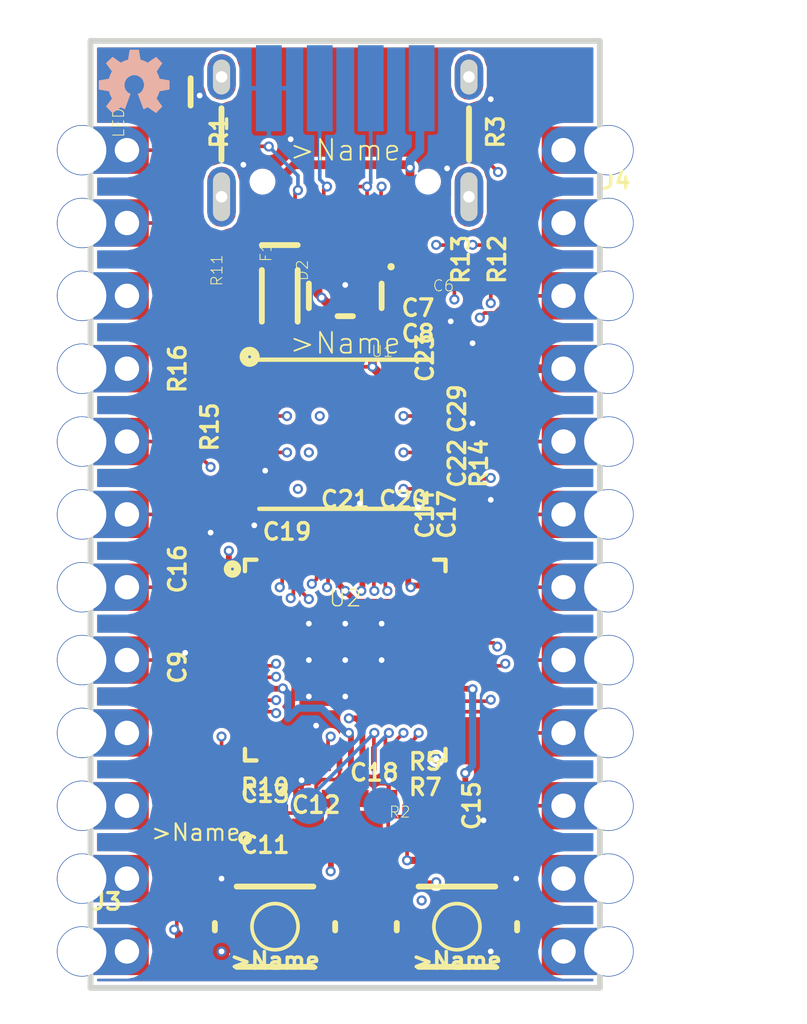
<source format=kicad_pcb>
(kicad_pcb (version 20171130) (host pcbnew "(5.1.10-6-gecec324121)-1")
  (layers (0 Top signal) (1 GND/Vert signal) (2 3.3V/Horz signal) (31 Bottom signal) (34 B.Paste user) (35 F.Paste user) (36 B.SilkS user) (37 F.SilkS user) (38 B.Mask user) (39 F.Mask user) (44 Edge.Cuts user))
  (net 0 "")
  (net 1 GND)
  (net 2 V_USB)
  (net 3 3.3V)
  (net 4 1.1V)
  (net 5 "Net-(LED1-PadA)")
  (net 6 /~RESET~)
  (net 7 "Net-(D2-PadA)")
  (net 8 /RAW)
  (net 9 "Net-(J5-PadB5)")
  (net 10 "Net-(J5-PadA5)")
  (net 11 /17/SCL)
  (net 12 /16/SDA)
  (net 13 /9/RX1)
  (net 14 /8/TX1)
  (net 15 /7)
  (net 16 /6)
  (net 17 /5)
  (net 18 /4)
  (net 19 /3)
  (net 20 /2)
  (net 21 /1/RX0)
  (net 22 /0/TX0)
  (net 23 /A3)
  (net 24 /A2)
  (net 25 /A1)
  (net 26 /A0)
  (net 27 /22/SPI_SCK)
  (net 28 /20/SPI_CIPO)
  (net 29 /23/SPI_COPI)
  (net 30 /21/SPI_~CS~)
  (net 31 /RP_D+)
  (net 32 /RP_D-)
  (net 33 "Net-(J5-PadSHLD1)")
  (net 34 "Net-(C11-Pad2)")
  (net 35 "Net-(C13-Pad2)")
  (net 36 /QSPI-CS)
  (net 37 /QSPI-1)
  (net 38 /QSPI-2)
  (net 39 /QSPI-0)
  (net 40 /QSPI-CLK)
  (net 41 /QSPI-3)
  (net 42 "Net-(R13-Pad2)")
  (net 43 "Net-(R12-Pad2)")
  (net 44 "Net-(C22-Pad1)")
  (net 45 /SWDIO)
  (net 46 /SWDCK)
  (net 47 "Net-(R10-Pad2)")
  (net 48 /BOOT)
  (module SparkFun_ProMicro-RP2040:0402-TIGHT (layer Top) (at 143.5481 97.3836 270)
    (fp_text reference R11 (at -0.889 -0.6985 90) (layer F.SilkS) (effects (font (size 0.38608 0.38608) (thickness 0.030886)) (justify bottom)))
    (fp_text value 1k)
    (pad 2 smd rect (at 0.5 0 270) (size 0.6 0.6) (layers Top F.Paste F.Mask) (net 3 3.3V))
    (pad 1 smd rect (at -0.5 0 270) (size 0.6 0.6) (layers Top F.Paste F.Mask) (net 5 "Net-(LED1-PadA)"))
  )
  (module SparkFun_ProMicro-RP2040:LED-0603 (layer Top) (at 141.5161 90.2716)
    (fp_text reference LED1 (at -0.6985 0.889 90) (layer F.SilkS) (effects (font (size 0.38608 0.38608) (thickness 0.030886)) (justify bottom)))
    (fp_text value RED)
    (pad A smd roundrect (at -0.877 0 270) (size 1 1) (layers Top F.Paste F.Mask) (roundrect_rratio 0.15) (net 5 "Net-(LED1-PadA)"))
    (pad C smd roundrect (at 0.877 0 270) (size 1 1) (layers Top F.Paste F.Mask) (roundrect_rratio 0.15) (net 1 GND))
  )
  (module SparkFun_ProMicro-RP2040:0402-TIGHT (layer Top) (at 151.2951 116.3066)
    (fp_text reference R2 (at -0.889007 -0.698496) (layer F.SilkS) (effects (font (size 0.38608 0.38608) (thickness 0.030886)) (justify bottom)))
    (fp_text value 10k)
    (pad 2 smd rect (at 0.5 0) (size 0.6 0.6) (layers Top F.Paste F.Mask) (net 3 3.3V))
    (pad 1 smd rect (at -0.5 0) (size 0.6 0.6) (layers Top F.Paste F.Mask) (net 6 /~RESET~))
  )
  (module SparkFun_ProMicro-RP2040:OSHW-LOGO-MINI (layer Bottom) (at 141.1351 90.0176 180)
    (fp_text reference U$3 hide)
    (fp_text value OSHW-LOGOMINI hide)
  )
  (module SparkFun_ProMicro-RP2040:0402-TIGHT (layer Top) (at 151.0411 96.4946 180)
    (fp_text reference C6 (at -0.889003 -0.762) (layer F.SilkS) (effects (font (size 0.38608 0.38608) (thickness 0.030886)) (justify bottom)))
    (fp_text value 1.0uF)
    (pad 2 smd rect (at 0.5 0 180) (size 0.6 0.6) (layers Top F.Paste F.Mask) (net 2 V_USB))
    (pad 1 smd rect (at -0.5 0 180) (size 0.6 0.6) (layers Top F.Paste F.Mask) (net 1 GND))
  )
  (module SparkFun_ProMicro-RP2040:0805 (layer Top) (at 144.6911 97.3836 270)
    (fp_text reference F1 (at -1.524 -1.27 90) (layer F.SilkS) (effects (font (size 0.38608 0.38608) (thickness 0.030886)) (justify bottom)))
    (fp_text value "6V 0.5A")
    (pad 2 smd rect (at 0.9 0 270) (size 0.8 1.2) (layers Top F.Paste F.Mask) (net 7 "Net-(D2-PadA)"))
    (pad 1 smd rect (at -0.9 0 270) (size 0.8 1.2) (layers Top F.Paste F.Mask) (net 2 V_USB))
  )
  (module SparkFun_ProMicro-RP2040:SOD-323 (layer Top) (at 146.2151 97.3836 270)
    (fp_text reference D2 (at -0.889 -1.016 90) (layer F.SilkS) (effects (font (size 0.38608 0.38608) (thickness 0.030886)) (justify bottom)))
    (fp_text value 3A/10V/280mV)
    (pad A smd rect (at 1.15 0 270) (size 0.63 0.83) (layers Top F.Paste F.Mask) (net 7 "Net-(D2-PadA)"))
    (pad C smd rect (at -1.15 0 270) (size 0.63 0.83) (layers Top F.Paste F.Mask) (net 8 /RAW))
  )
  (module SparkFun_ProMicro-RP2040:SOT23-5 (layer Top) (at 148.5011 97.3836 180)
    (fp_text reference U1 (at -0.889 -2.159) (layer F.SilkS) (effects (font (size 0.38608 0.38608) (thickness 0.030886)) (justify left bottom)))
    (fp_text value 3.3V)
    (pad 5 smd rect (at -0.95 -1.3001 180) (size 0.55 1.2) (layers Top F.Paste F.Mask) (net 3 3.3V))
    (pad 4 smd rect (at 0.95 -1.3001 180) (size 0.55 1.2) (layers Top F.Paste F.Mask))
    (pad 3 smd rect (at 0.95 1.3001 180) (size 0.55 1.2) (layers Top F.Paste F.Mask) (net 8 /RAW))
    (pad 2 smd rect (at 0 1.3001 180) (size 0.55 1.2) (layers Top F.Paste F.Mask) (net 1 GND))
    (pad 1 smd rect (at -0.95 1.3001 180) (size 0.55 1.2) (layers Top F.Paste F.Mask) (net 8 /RAW))
  )
  (module SparkFun_ProMicro-RP2040:0402-TIGHT (layer Top) (at 143.6751 91.6686 270)
    (fp_text reference R1 (at 0 -0.762 90) (layer F.SilkS) (effects (font (size 0.57912 0.57912) (thickness 0.115824)) (justify bottom)))
    (fp_text value 5.1k)
    (pad 2 smd rect (at 0.5 0 270) (size 0.6 0.6) (layers Top F.Paste F.Mask) (net 9 "Net-(J5-PadB5)"))
    (pad 1 smd rect (at -0.5 0 270) (size 0.6 0.6) (layers Top F.Paste F.Mask) (net 1 GND))
  )
  (module SparkFun_ProMicro-RP2040:0402-TIGHT (layer Top) (at 153.3271 91.6686 270)
    (fp_text reference R3 (at 0 -0.762 90) (layer F.SilkS) (effects (font (size 0.57912 0.57912) (thickness 0.115824)) (justify bottom)))
    (fp_text value 5.1k)
    (pad 2 smd rect (at 0.5 0 270) (size 0.6 0.6) (layers Top F.Paste F.Mask) (net 10 "Net-(J5-PadA5)"))
    (pad 1 smd rect (at -0.5 0 270) (size 0.6 0.6) (layers Top F.Paste F.Mask) (net 1 GND))
  )
  (module SparkFun_ProMicro-RP2040:0402-TIGHT (layer Top) (at 151.0411 97.3836 180)
    (fp_text reference C7 (at 0 -0.762) (layer F.SilkS) (effects (font (size 0.57912 0.57912) (thickness 0.115824)) (justify bottom)))
    (fp_text value 10uF)
    (pad 2 smd rect (at 0.5 0 180) (size 0.6 0.6) (layers Top F.Paste F.Mask) (net 8 /RAW))
    (pad 1 smd rect (at -0.5 0 180) (size 0.6 0.6) (layers Top F.Paste F.Mask) (net 1 GND))
  )
  (module SparkFun_ProMicro-RP2040:0402-TIGHT (layer Top) (at 151.0411 98.2726 180)
    (fp_text reference C8 (at 0 -0.762) (layer F.SilkS) (effects (font (size 0.57912 0.57912) (thickness 0.115824)) (justify bottom)))
    (fp_text value 10uF)
    (pad 2 smd rect (at 0.5 0 180) (size 0.6 0.6) (layers Top F.Paste F.Mask) (net 3 3.3V))
    (pad 1 smd rect (at -0.5 0 180) (size 0.6 0.6) (layers Top F.Paste F.Mask) (net 1 GND))
  )
  (module SparkFun_ProMicro-RP2040:TACTILE_SWITCH_SMD_4.6X2.8MM (layer Top) (at 152.4 119.38 180)
    (fp_text reference S1 hide)
    (fp_text value Reset hide)
    (fp_text user >Name (at 0 -1.524) (layer F.SilkS) (effects (font (size 0.57912 0.57912) (thickness 0.12192)) (justify bottom)))
    (pad 4 smd rect (at -2.05 -0.8 180) (size 0.9 1) (layers Top F.Paste F.Mask) (net 6 /~RESET~))
    (pad 1 smd rect (at -2.05 0.8 180) (size 0.9 1) (layers Top F.Paste F.Mask) (net 1 GND))
    (pad 2 smd rect (at 2.05 0.8 180) (size 0.9 1) (layers Top F.Paste F.Mask) (net 1 GND))
    (pad 3 smd rect (at 2.05 -0.8 180) (size 0.9 1) (layers Top F.Paste F.Mask) (net 6 /~RESET~))
  )
  (module SparkFun_ProMicro-RP2040:1X12_CASTELLATED (layer Top) (at 140.8811 120.2436)
    (fp_text reference J3 (at -1.27 -1.397) (layer F.SilkS) (effects (font (size 0.57912 0.57912) (thickness 0.115824)) (justify left bottom)))
    (fp_text value CONN_12CASTLE)
    (fp_poly (pts (xy -1.27 -16.0655) (xy 0.762 -16.0655) (xy 0.762 -15.24) (xy 0.762 -14.4145) (xy -1.27 -14.4145)) (layer Top) (width 0))
    (fp_poly (pts (xy -1.27 -18.6055) (xy 0.762 -18.6055) (xy 0.762 -17.78) (xy 0.762 -16.9545) (xy -1.27 -16.9545)) (layer Top) (width 0))
    (fp_poly (pts (xy -1.27 -14.4145) (xy 0 -14.4145) (xy 0.000001 -14.4145) (xy 0.202304 -14.453659) (xy 0.388305 -14.542334) (xy 0.5461 -14.67485) (xy 0.665589 -14.842726) (xy 0.762 -15.24) (xy 0.734691 -15.442824) (xy 0.659072 -15.632996) (xy 0.539644 -15.79919) (xy 0.383519 -15.93151) (xy 0.199995 -16.022077) (xy 0 -16.0655) (xy -1.27 -16.0655)) (layer Bottom) (width 0))
    (fp_poly (pts (xy -1.27 -16.9545) (xy 0 -16.9545) (xy 0.000001 -16.9545) (xy 0.202304 -16.993659) (xy 0.388305 -17.082334) (xy 0.5461 -17.21485) (xy 0.665589 -17.382726) (xy 0.762 -17.78) (xy 0.734691 -17.982824) (xy 0.659072 -18.172996) (xy 0.539644 -18.33919) (xy 0.383519 -18.47151) (xy 0.199995 -18.562077) (xy 0 -18.6055) (xy -1.27 -18.6055)) (layer Bottom) (width 0))
    (fp_poly (pts (xy -1.27 -13.5255) (xy 0.762 -13.5255) (xy 0.762 -12.7) (xy 0.762 -11.8745) (xy -1.27 -11.8745)) (layer Top) (width 0))
    (fp_poly (pts (xy -1.27 -11.8745) (xy 0 -11.8745) (xy 0.000001 -11.8745) (xy 0.202304 -11.913659) (xy 0.388305 -12.002334) (xy 0.5461 -12.13485) (xy 0.665589 -12.302726) (xy 0.762 -12.7) (xy 0.734691 -12.902824) (xy 0.659072 -13.092996) (xy 0.539644 -13.25919) (xy 0.383519 -13.39151) (xy 0.199995 -13.482077) (xy 0 -13.5255) (xy -1.27 -13.5255)) (layer Bottom) (width 0))
    (fp_poly (pts (xy -1.27 -23.6855) (xy 0.762 -23.6855) (xy 0.762 -22.86) (xy 0.762 -22.0345) (xy -1.27 -22.0345)) (layer Top) (width 0))
    (fp_poly (pts (xy -1.27 -26.2255) (xy 0.762 -26.2255) (xy 0.762 -25.4) (xy 0.762 -24.5745) (xy -1.27 -24.5745)) (layer Top) (width 0))
    (fp_poly (pts (xy -1.27 -22.0345) (xy 0 -22.0345) (xy 0.000001 -22.0345) (xy 0.202304 -22.073659) (xy 0.388305 -22.162334) (xy 0.5461 -22.29485) (xy 0.665589 -22.462726) (xy 0.762 -22.86) (xy 0.734691 -23.062824) (xy 0.659072 -23.252996) (xy 0.539644 -23.41919) (xy 0.383519 -23.55151) (xy 0.199995 -23.642077) (xy 0 -23.6855) (xy -1.27 -23.6855)) (layer Bottom) (width 0))
    (fp_poly (pts (xy -1.27 -24.5745) (xy 0 -24.5745) (xy 0.000001 -24.5745) (xy 0.202304 -24.613659) (xy 0.388305 -24.702334) (xy 0.5461 -24.83485) (xy 0.665589 -25.002726) (xy 0.762 -25.4) (xy 0.734691 -25.602824) (xy 0.659072 -25.792996) (xy 0.539644 -25.95919) (xy 0.383519 -26.09151) (xy 0.199995 -26.182077) (xy 0 -26.2255) (xy -1.27 -26.2255)) (layer Bottom) (width 0))
    (fp_poly (pts (xy -1.27 -21.1455) (xy 0.762 -21.1455) (xy 0.762 -20.32) (xy 0.762 -19.4945) (xy -1.27 -19.4945)) (layer Top) (width 0))
    (fp_poly (pts (xy -1.27 -19.4945) (xy 0 -19.4945) (xy 0.000001 -19.4945) (xy 0.202304 -19.533659) (xy 0.388305 -19.622334) (xy 0.5461 -19.75485) (xy 0.665589 -19.922726) (xy 0.762 -20.32) (xy 0.734691 -20.522824) (xy 0.659072 -20.712996) (xy 0.539644 -20.87919) (xy 0.383519 -21.01151) (xy 0.199995 -21.102077) (xy 0 -21.1455) (xy -1.27 -21.1455)) (layer Bottom) (width 0))
    (fp_poly (pts (xy -1.27 -28.7655) (xy 0.762 -28.7655) (xy 0.762 -27.94) (xy 0.762 -27.1145) (xy -1.27 -27.1145)) (layer Top) (width 0))
    (fp_poly (pts (xy -1.27 -27.1145) (xy 0 -27.1145) (xy 0.000001 -27.1145) (xy 0.202304 -27.153659) (xy 0.388305 -27.242334) (xy 0.5461 -27.37485) (xy 0.665589 -27.542726) (xy 0.762 -27.94) (xy 0.734691 -28.142824) (xy 0.659072 -28.332996) (xy 0.539644 -28.49919) (xy 0.383519 -28.63151) (xy 0.199995 -28.722077) (xy 0 -28.7655) (xy -1.27 -28.7655)) (layer Bottom) (width 0))
    (fp_poly (pts (xy -1.27 -10.9855) (xy 0.762 -10.9855) (xy 0.762 -10.16) (xy 0.762 -9.3345) (xy -1.27 -9.3345)) (layer Top) (width 0))
    (fp_poly (pts (xy -1.27 -9.3345) (xy 0 -9.3345) (xy 0.000001 -9.3345) (xy 0.202304 -9.373659) (xy 0.388305 -9.462334) (xy 0.5461 -9.59485) (xy 0.665589 -9.762726) (xy 0.762 -10.16) (xy 0.734691 -10.362824) (xy 0.659072 -10.552996) (xy 0.539644 -10.71919) (xy 0.383519 -10.85151) (xy 0.199995 -10.942077) (xy 0 -10.9855) (xy -1.27 -10.9855)) (layer Bottom) (width 0))
    (fp_poly (pts (xy -1.27 -5.9055) (xy 0.762 -5.9055) (xy 0.762 -5.08) (xy 0.762 -4.2545) (xy -1.27 -4.2545)) (layer Top) (width 0))
    (fp_poly (pts (xy -1.27 -8.4455) (xy 0.762 -8.4455) (xy 0.762 -7.62) (xy 0.762 -6.7945) (xy -1.27 -6.7945)) (layer Top) (width 0))
    (fp_poly (pts (xy -1.27 -4.2545) (xy 0 -4.2545) (xy 0.000001 -4.2545) (xy 0.202304 -4.293659) (xy 0.388305 -4.382334) (xy 0.5461 -4.51485) (xy 0.665589 -4.682726) (xy 0.762 -5.08) (xy 0.734691 -5.282824) (xy 0.659072 -5.472996) (xy 0.539644 -5.63919) (xy 0.383519 -5.77151) (xy 0.199995 -5.862077) (xy 0 -5.9055) (xy -1.27 -5.9055)) (layer Bottom) (width 0))
    (fp_poly (pts (xy -1.27 -6.7945) (xy 0 -6.7945) (xy 0.000001 -6.7945) (xy 0.202304 -6.833659) (xy 0.388305 -6.922334) (xy 0.5461 -7.05485) (xy 0.665589 -7.222726) (xy 0.762 -7.62) (xy 0.734691 -7.822824) (xy 0.659072 -8.012996) (xy 0.539644 -8.17919) (xy 0.383519 -8.31151) (xy 0.199995 -8.402077) (xy 0 -8.4455) (xy -1.27 -8.4455)) (layer Bottom) (width 0))
    (fp_poly (pts (xy -1.27 -3.3655) (xy 0.762 -3.3655) (xy 0.762 -2.54) (xy 0.762 -1.7145) (xy -1.27 -1.7145)) (layer Top) (width 0))
    (fp_poly (pts (xy -1.27 -1.7145) (xy 0 -1.7145) (xy 0.000001 -1.7145) (xy 0.202304 -1.753659) (xy 0.388305 -1.842334) (xy 0.5461 -1.97485) (xy 0.665589 -2.142726) (xy 0.762 -2.54) (xy 0.734691 -2.742824) (xy 0.659072 -2.932996) (xy 0.539644 -3.09919) (xy 0.383519 -3.23151) (xy 0.199995 -3.322077) (xy 0 -3.3655) (xy -1.27 -3.3655)) (layer Bottom) (width 0))
    (fp_poly (pts (xy -1.27 -0.8255) (xy 0.762 -0.8255) (xy 0.762 0) (xy 0.762 0.8255) (xy -1.27 0.8255)) (layer Top) (width 0))
    (fp_poly (pts (xy -1.27 0.8255) (xy 0 0.8255) (xy 0.000001 0.8255) (xy 0.202304 0.786341) (xy 0.388305 0.697666) (xy 0.5461 0.56515) (xy 0.66559 0.397274) (xy 0.762 0) (xy 0.762 -0.000001) (xy 0.734691 -0.202825) (xy 0.659072 -0.392997) (xy 0.539644 -0.559191) (xy 0.383519 -0.691511) (xy 0.199995 -0.782078) (xy 0 -0.8255) (xy -1.27 -0.8255)) (layer Bottom) (width 0))
    (pad 1B thru_hole circle (at -1.57 0) (size 1.75 1.75) (drill 1.7) (layers *.Cu *.Mask) (net 13 /9/RX1))
    (pad 2B thru_hole circle (at -1.57 -2.54) (size 1.75 1.75) (drill 1.7) (layers *.Cu *.Mask) (net 14 /8/TX1))
    (pad 3B thru_hole circle (at -1.57 -5.08) (size 1.75 1.75) (drill 1.7) (layers *.Cu *.Mask) (net 15 /7))
    (pad 4B thru_hole circle (at -1.57 -7.62) (size 1.75 1.75) (drill 1.7) (layers *.Cu *.Mask) (net 16 /6))
    (pad 5B thru_hole circle (at -1.57 -10.16) (size 1.75 1.75) (drill 1.7) (layers *.Cu *.Mask) (net 17 /5))
    (pad 6B thru_hole circle (at -1.57 -12.7) (size 1.75 1.75) (drill 1.7) (layers *.Cu *.Mask) (net 18 /4))
    (pad 7B thru_hole circle (at -1.57 -15.24) (size 1.75 1.75) (drill 1.7) (layers *.Cu *.Mask) (net 19 /3))
    (pad 8B thru_hole circle (at -1.57 -17.78) (size 1.75 1.75) (drill 1.7) (layers *.Cu *.Mask) (net 20 /2))
    (pad 9B thru_hole circle (at -1.57 -20.32) (size 1.75 1.75) (drill 1.7) (layers *.Cu *.Mask) (net 1 GND))
    (pad 10B thru_hole circle (at -1.57 -22.86) (size 1.75 1.75) (drill 1.7) (layers *.Cu *.Mask) (net 1 GND))
    (pad 11B thru_hole circle (at -1.57 -25.4) (size 1.75 1.75) (drill 1.7) (layers *.Cu *.Mask) (net 21 /1/RX0))
    (pad 12B thru_hole circle (at -1.57 -27.94) (size 1.75 1.75) (drill 1.7) (layers *.Cu *.Mask) (net 22 /0/TX0))
    (pad 1 thru_hole circle (at 0 0 180) (size 1.016 1.016) (drill 0.85) (layers *.Cu *.Mask) (net 13 /9/RX1))
    (pad 2 thru_hole circle (at 0 -2.54 180) (size 1.016 1.016) (drill 0.85) (layers *.Cu *.Mask) (net 14 /8/TX1))
    (pad 4 thru_hole circle (at 0 -7.62 180) (size 1.016 1.016) (drill 0.85) (layers *.Cu *.Mask) (net 16 /6))
    (pad 3 thru_hole circle (at 0 -5.08 180) (size 1.016 1.016) (drill 0.85) (layers *.Cu *.Mask) (net 15 /7))
    (pad 5 thru_hole circle (at 0 -10.16 180) (size 1.016 1.016) (drill 0.85) (layers *.Cu *.Mask) (net 17 /5))
    (pad 12 thru_hole circle (at 0 -27.94 180) (size 1.016 1.016) (drill 0.85) (layers *.Cu *.Mask) (net 22 /0/TX0))
    (pad 9 thru_hole circle (at 0 -20.32 180) (size 1.016 1.016) (drill 0.85) (layers *.Cu *.Mask) (net 1 GND))
    (pad 11 thru_hole circle (at 0 -25.4 180) (size 1.016 1.016) (drill 0.85) (layers *.Cu *.Mask) (net 21 /1/RX0))
    (pad 10 thru_hole circle (at 0 -22.86 180) (size 1.016 1.016) (drill 0.85) (layers *.Cu *.Mask) (net 1 GND))
    (pad 6 thru_hole circle (at 0 -12.7 180) (size 1.016 1.016) (drill 0.85) (layers *.Cu *.Mask) (net 18 /4))
    (pad 8 thru_hole circle (at 0 -17.78 180) (size 1.016 1.016) (drill 0.85) (layers *.Cu *.Mask) (net 20 /2))
    (pad 7 thru_hole circle (at 0 -15.24 180) (size 1.016 1.016) (drill 0.85) (layers *.Cu *.Mask) (net 19 /3))
  )
  (module SparkFun_ProMicro-RP2040:1X12_CASTELLATED (layer Top) (at 156.1211 92.3036 180)
    (fp_text reference J4 (at -1.27 -1.397) (layer F.SilkS) (effects (font (size 0.57912 0.57912) (thickness 0.115824)) (justify left bottom)))
    (fp_text value CONN_12CASTLE)
    (fp_poly (pts (xy -1.27 -16.0655) (xy 0.762 -16.0655) (xy 0.762 -15.24) (xy 0.762 -14.4145) (xy -1.27 -14.4145)) (layer Top) (width 0))
    (fp_poly (pts (xy -1.27 -18.6055) (xy 0.762 -18.6055) (xy 0.762 -17.78) (xy 0.762 -16.9545) (xy -1.27 -16.9545)) (layer Top) (width 0))
    (fp_poly (pts (xy -1.27 -14.4145) (xy 0 -14.4145) (xy 0.000001 -14.4145) (xy 0.202304 -14.453659) (xy 0.388305 -14.542334) (xy 0.5461 -14.67485) (xy 0.665589 -14.842726) (xy 0.762 -15.24) (xy 0.734691 -15.442824) (xy 0.659072 -15.632996) (xy 0.539644 -15.79919) (xy 0.383519 -15.93151) (xy 0.199995 -16.022077) (xy 0 -16.0655) (xy -1.27 -16.0655)) (layer Bottom) (width 0))
    (fp_poly (pts (xy -1.27 -16.9545) (xy 0 -16.9545) (xy 0.000001 -16.9545) (xy 0.202304 -16.993659) (xy 0.388305 -17.082334) (xy 0.5461 -17.21485) (xy 0.665589 -17.382726) (xy 0.762 -17.78) (xy 0.734691 -17.982824) (xy 0.659072 -18.172996) (xy 0.539644 -18.33919) (xy 0.383519 -18.47151) (xy 0.199995 -18.562077) (xy 0 -18.6055) (xy -1.27 -18.6055)) (layer Bottom) (width 0))
    (fp_poly (pts (xy -1.27 -13.5255) (xy 0.762 -13.5255) (xy 0.762 -12.7) (xy 0.762 -11.8745) (xy -1.27 -11.8745)) (layer Top) (width 0))
    (fp_poly (pts (xy -1.27 -11.8745) (xy 0 -11.8745) (xy 0.000001 -11.8745) (xy 0.202304 -11.913659) (xy 0.388305 -12.002334) (xy 0.5461 -12.13485) (xy 0.665589 -12.302726) (xy 0.762 -12.7) (xy 0.734691 -12.902824) (xy 0.659072 -13.092996) (xy 0.539644 -13.25919) (xy 0.383519 -13.39151) (xy 0.199995 -13.482077) (xy 0 -13.5255) (xy -1.27 -13.5255)) (layer Bottom) (width 0))
    (fp_poly (pts (xy -1.27 -23.6855) (xy 0.762 -23.6855) (xy 0.762 -22.86) (xy 0.762 -22.0345) (xy -1.27 -22.0345)) (layer Top) (width 0))
    (fp_poly (pts (xy -1.27 -26.2255) (xy 0.762 -26.2255) (xy 0.762 -25.4) (xy 0.762 -24.5745) (xy -1.27 -24.5745)) (layer Top) (width 0))
    (fp_poly (pts (xy -1.27 -22.0345) (xy 0 -22.0345) (xy 0.000001 -22.0345) (xy 0.202304 -22.073659) (xy 0.388305 -22.162334) (xy 0.5461 -22.29485) (xy 0.665589 -22.462726) (xy 0.762 -22.86) (xy 0.734691 -23.062824) (xy 0.659072 -23.252996) (xy 0.539644 -23.41919) (xy 0.383519 -23.55151) (xy 0.199995 -23.642077) (xy 0 -23.6855) (xy -1.27 -23.6855)) (layer Bottom) (width 0))
    (fp_poly (pts (xy -1.27 -24.5745) (xy 0 -24.5745) (xy 0.000001 -24.5745) (xy 0.202304 -24.613659) (xy 0.388305 -24.702334) (xy 0.5461 -24.83485) (xy 0.665589 -25.002726) (xy 0.762 -25.4) (xy 0.734691 -25.602824) (xy 0.659072 -25.792996) (xy 0.539644 -25.95919) (xy 0.383519 -26.09151) (xy 0.199995 -26.182077) (xy 0 -26.2255) (xy -1.27 -26.2255)) (layer Bottom) (width 0))
    (fp_poly (pts (xy -1.27 -21.1455) (xy 0.762 -21.1455) (xy 0.762 -20.32) (xy 0.762 -19.4945) (xy -1.27 -19.4945)) (layer Top) (width 0))
    (fp_poly (pts (xy -1.27 -19.4945) (xy 0 -19.4945) (xy 0.000001 -19.4945) (xy 0.202304 -19.533659) (xy 0.388305 -19.622334) (xy 0.5461 -19.75485) (xy 0.665589 -19.922726) (xy 0.762 -20.32) (xy 0.734691 -20.522824) (xy 0.659072 -20.712996) (xy 0.539644 -20.87919) (xy 0.383519 -21.01151) (xy 0.199995 -21.102077) (xy 0 -21.1455) (xy -1.27 -21.1455)) (layer Bottom) (width 0))
    (fp_poly (pts (xy -1.27 -28.7655) (xy 0.762 -28.7655) (xy 0.762 -27.94) (xy 0.762 -27.1145) (xy -1.27 -27.1145)) (layer Top) (width 0))
    (fp_poly (pts (xy -1.27 -27.1145) (xy 0 -27.1145) (xy 0.000001 -27.1145) (xy 0.202304 -27.153659) (xy 0.388305 -27.242334) (xy 0.5461 -27.37485) (xy 0.665589 -27.542726) (xy 0.762 -27.94) (xy 0.734691 -28.142824) (xy 0.659072 -28.332996) (xy 0.539644 -28.49919) (xy 0.383519 -28.63151) (xy 0.199995 -28.722077) (xy 0 -28.7655) (xy -1.27 -28.7655)) (layer Bottom) (width 0))
    (fp_poly (pts (xy -1.27 -10.9855) (xy 0.762 -10.9855) (xy 0.762 -10.16) (xy 0.762 -9.3345) (xy -1.27 -9.3345)) (layer Top) (width 0))
    (fp_poly (pts (xy -1.27 -9.3345) (xy 0 -9.3345) (xy 0.000001 -9.3345) (xy 0.202304 -9.373659) (xy 0.388305 -9.462334) (xy 0.5461 -9.59485) (xy 0.665589 -9.762726) (xy 0.762 -10.16) (xy 0.734691 -10.362824) (xy 0.659072 -10.552996) (xy 0.539644 -10.71919) (xy 0.383519 -10.85151) (xy 0.199995 -10.942077) (xy 0 -10.9855) (xy -1.27 -10.9855)) (layer Bottom) (width 0))
    (fp_poly (pts (xy -1.27 -5.9055) (xy 0.762 -5.9055) (xy 0.762 -5.08) (xy 0.762 -4.2545) (xy -1.27 -4.2545)) (layer Top) (width 0))
    (fp_poly (pts (xy -1.27 -8.4455) (xy 0.762 -8.4455) (xy 0.762 -7.62) (xy 0.762 -6.7945) (xy -1.27 -6.7945)) (layer Top) (width 0))
    (fp_poly (pts (xy -1.27 -4.2545) (xy 0 -4.2545) (xy 0.000001 -4.2545) (xy 0.202304 -4.293659) (xy 0.388305 -4.382334) (xy 0.5461 -4.51485) (xy 0.665589 -4.682726) (xy 0.762 -5.08) (xy 0.734691 -5.282824) (xy 0.659072 -5.472996) (xy 0.539644 -5.63919) (xy 0.383519 -5.77151) (xy 0.199995 -5.862077) (xy 0 -5.9055) (xy -1.27 -5.9055)) (layer Bottom) (width 0))
    (fp_poly (pts (xy -1.27 -6.7945) (xy 0 -6.7945) (xy 0.000001 -6.7945) (xy 0.202304 -6.833659) (xy 0.388305 -6.922334) (xy 0.5461 -7.05485) (xy 0.665589 -7.222726) (xy 0.762 -7.62) (xy 0.734691 -7.822824) (xy 0.659072 -8.012996) (xy 0.539644 -8.17919) (xy 0.383519 -8.31151) (xy 0.199995 -8.402077) (xy 0 -8.4455) (xy -1.27 -8.4455)) (layer Bottom) (width 0))
    (fp_poly (pts (xy -1.27 -3.3655) (xy 0.762 -3.3655) (xy 0.762 -2.54) (xy 0.762 -1.7145) (xy -1.27 -1.7145)) (layer Top) (width 0))
    (fp_poly (pts (xy -1.27 -1.7145) (xy 0 -1.7145) (xy 0.000001 -1.7145) (xy 0.202304 -1.753659) (xy 0.388305 -1.842334) (xy 0.5461 -1.97485) (xy 0.665589 -2.142726) (xy 0.762 -2.54) (xy 0.734691 -2.742824) (xy 0.659072 -2.932996) (xy 0.539644 -3.09919) (xy 0.383519 -3.23151) (xy 0.199995 -3.322077) (xy 0 -3.3655) (xy -1.27 -3.3655)) (layer Bottom) (width 0))
    (fp_poly (pts (xy -1.27 -0.8255) (xy 0.762 -0.8255) (xy 0.762 0) (xy 0.762 0.8255) (xy -1.27 0.8255)) (layer Top) (width 0))
    (fp_poly (pts (xy -1.27 0.8255) (xy 0 0.8255) (xy 0.000001 0.8255) (xy 0.202304 0.786341) (xy 0.388305 0.697666) (xy 0.5461 0.56515) (xy 0.66559 0.397274) (xy 0.762 0) (xy 0.762 -0.000001) (xy 0.734691 -0.202825) (xy 0.659072 -0.392997) (xy 0.539644 -0.559191) (xy 0.383519 -0.691511) (xy 0.199995 -0.782078) (xy 0 -0.8255) (xy -1.27 -0.8255)) (layer Bottom) (width 0))
    (pad 1B thru_hole circle (at -1.57 0 180) (size 1.75 1.75) (drill 1.7) (layers *.Cu *.Mask) (net 8 /RAW))
    (pad 2B thru_hole circle (at -1.57 -2.54 180) (size 1.75 1.75) (drill 1.7) (layers *.Cu *.Mask) (net 1 GND))
    (pad 3B thru_hole circle (at -1.57 -5.08 180) (size 1.75 1.75) (drill 1.7) (layers *.Cu *.Mask) (net 6 /~RESET~))
    (pad 4B thru_hole circle (at -1.57 -7.62 180) (size 1.75 1.75) (drill 1.7) (layers *.Cu *.Mask) (net 3 3.3V))
    (pad 5B thru_hole circle (at -1.57 -10.16 180) (size 1.75 1.75) (drill 1.7) (layers *.Cu *.Mask) (net 23 /A3))
    (pad 6B thru_hole circle (at -1.57 -12.7 180) (size 1.75 1.75) (drill 1.7) (layers *.Cu *.Mask) (net 24 /A2))
    (pad 7B thru_hole circle (at -1.57 -15.24 180) (size 1.75 1.75) (drill 1.7) (layers *.Cu *.Mask) (net 25 /A1))
    (pad 8B thru_hole circle (at -1.57 -17.78 180) (size 1.75 1.75) (drill 1.7) (layers *.Cu *.Mask) (net 26 /A0))
    (pad 9B thru_hole circle (at -1.57 -20.32 180) (size 1.75 1.75) (drill 1.7) (layers *.Cu *.Mask) (net 27 /22/SPI_SCK))
    (pad 10B thru_hole circle (at -1.57 -22.86 180) (size 1.75 1.75) (drill 1.7) (layers *.Cu *.Mask) (net 28 /20/SPI_CIPO))
    (pad 11B thru_hole circle (at -1.57 -25.4 180) (size 1.75 1.75) (drill 1.7) (layers *.Cu *.Mask) (net 29 /23/SPI_COPI))
    (pad 12B thru_hole circle (at -1.57 -27.94 180) (size 1.75 1.75) (drill 1.7) (layers *.Cu *.Mask) (net 30 /21/SPI_~CS~))
    (pad 1 thru_hole circle (at 0 0) (size 1.016 1.016) (drill 0.85) (layers *.Cu *.Mask) (net 8 /RAW))
    (pad 2 thru_hole circle (at 0 -2.54) (size 1.016 1.016) (drill 0.85) (layers *.Cu *.Mask) (net 1 GND))
    (pad 4 thru_hole circle (at 0 -7.62) (size 1.016 1.016) (drill 0.85) (layers *.Cu *.Mask) (net 3 3.3V))
    (pad 3 thru_hole circle (at 0 -5.08) (size 1.016 1.016) (drill 0.85) (layers *.Cu *.Mask) (net 6 /~RESET~))
    (pad 5 thru_hole circle (at 0 -10.16) (size 1.016 1.016) (drill 0.85) (layers *.Cu *.Mask) (net 23 /A3))
    (pad 12 thru_hole circle (at 0 -27.94) (size 1.016 1.016) (drill 0.85) (layers *.Cu *.Mask) (net 30 /21/SPI_~CS~))
    (pad 9 thru_hole circle (at 0 -20.32) (size 1.016 1.016) (drill 0.85) (layers *.Cu *.Mask) (net 27 /22/SPI_SCK))
    (pad 11 thru_hole circle (at 0 -25.4) (size 1.016 1.016) (drill 0.85) (layers *.Cu *.Mask) (net 29 /23/SPI_COPI))
    (pad 10 thru_hole circle (at 0 -22.86) (size 1.016 1.016) (drill 0.85) (layers *.Cu *.Mask) (net 28 /20/SPI_CIPO))
    (pad 6 thru_hole circle (at 0 -12.7) (size 1.016 1.016) (drill 0.85) (layers *.Cu *.Mask) (net 24 /A2))
    (pad 8 thru_hole circle (at 0 -17.78) (size 1.016 1.016) (drill 0.85) (layers *.Cu *.Mask) (net 26 /A0))
    (pad 7 thru_hole circle (at 0 -15.24) (size 1.016 1.016) (drill 0.85) (layers *.Cu *.Mask) (net 25 /A1))
  )
  (module SparkFun_ProMicro-RP2040:0402-TIGHT (layer Top) (at 151.2951 114.5286)
    (fp_text reference R5 (at 0 -0.562) (layer F.SilkS) (effects (font (size 0.57912 0.57912) (thickness 0.115824)) (justify bottom)))
    (fp_text value 2.2k)
    (pad 2 smd rect (at 0.5 0) (size 0.6 0.6) (layers Top F.Paste F.Mask) (net 3 3.3V))
    (pad 1 smd rect (at -0.5 0) (size 0.6 0.6) (layers Top F.Paste F.Mask) (net 12 /16/SDA))
  )
  (module SparkFun_ProMicro-RP2040:0402-TIGHT (layer Top) (at 151.2951 115.4176)
    (fp_text reference R7 (at 0 -0.562) (layer F.SilkS) (effects (font (size 0.57912 0.57912) (thickness 0.115824)) (justify bottom)))
    (fp_text value 2.2k)
    (pad 2 smd rect (at 0.5 0) (size 0.6 0.6) (layers Top F.Paste F.Mask) (net 3 3.3V))
    (pad 1 smd rect (at -0.5 0) (size 0.6 0.6) (layers Top F.Paste F.Mask) (net 11 /17/SCL))
  )
  (module SparkFun_ProMicro-RP2040:USB-SOLDER-PADS (layer Bottom) (at 148.5011 90.1446 90)
    (fp_text reference JP14 hide)
    (fp_text value USB_SOLDER_PADS hide)
    (pad GND smd rect (at 0 -2.667 90) (size 3 0.9) (layers Bottom B.Mask) (net 1 GND))
    (pad D+ smd rect (at 0 -0.889 90) (size 3 0.9) (layers Bottom B.Mask) (net 31 /RP_D+))
    (pad VBUS smd rect (at 0 2.667 90) (size 3 0.9) (layers Bottom B.Mask) (net 2 V_USB))
    (pad D- smd rect (at 0 0.889 90) (size 3 0.9) (layers Bottom B.Mask) (net 32 /RP_D-))
  )
  (module SparkFun_ProMicro-RP2040:USB-C-16P_4LAYER-PADS (layer Top) (at 148.5011 94.8436 180)
    (fp_text reference J5 hide)
    (fp_text value "USB Female Type C Connector" hide)
    (fp_poly (pts (xy -3.818 0.365) (xy -3.818 1.465) (xy -3.842472 1.619508) (xy -3.913492 1.758893) (xy -4.024107 1.869508) (xy -4.318 1.965) (xy -4.472508 1.940528) (xy -4.611893 1.869508) (xy -4.722508 1.758893) (xy -4.818 1.465) (xy -4.818 0.365) (xy -4.793528 0.210492) (xy -4.722508 0.071107) (xy -4.611893 -0.039508) (xy -4.318 -0.135) (xy -4.163492 -0.110528) (xy -4.024107 -0.039508) (xy -3.913492 0.071107)) (layer Top) (width 0))
    (fp_poly (pts (xy 4.818 0.365) (xy 4.818 1.465) (xy 4.793528 1.619508) (xy 4.722508 1.758893) (xy 4.611893 1.869508) (xy 4.318 1.965) (xy 4.163492 1.940528) (xy 4.024107 1.869508) (xy 3.913492 1.758893) (xy 3.818 1.465) (xy 3.818 0.365) (xy 3.842472 0.210492) (xy 3.913492 0.071107) (xy 4.024107 -0.039508) (xy 4.318 -0.135) (xy 4.472508 -0.110528) (xy 4.611893 -0.039508) (xy 4.722508 0.071107)) (layer Top) (width 0))
    (fp_poly (pts (xy -4.818 0.365) (xy -4.818 1.465) (xy -4.793528 1.619508) (xy -4.722508 1.758893) (xy -4.611893 1.869508) (xy -4.318 1.965) (xy -4.163492 1.940528) (xy -4.024107 1.869508) (xy -3.913492 1.758893) (xy -3.818 1.465) (xy -3.818 0.365) (xy -3.842472 0.210492) (xy -3.913492 0.071107) (xy -4.024107 -0.039508) (xy -4.318 -0.135) (xy -4.472508 -0.110528) (xy -4.611893 -0.039508) (xy -4.722508 0.071107)) (layer Bottom) (width 0))
    (fp_poly (pts (xy 3.818 0.365) (xy 3.818 1.465) (xy 3.842472 1.619508) (xy 3.913492 1.758893) (xy 4.024107 1.869508) (xy 4.318 1.965) (xy 4.472508 1.940528) (xy 4.611893 1.869508) (xy 4.722508 1.758893) (xy 4.818 1.465) (xy 4.818 0.365) (xy 4.793528 0.210492) (xy 4.722508 0.071107) (xy 4.611893 -0.039508) (xy 4.318 -0.135) (xy 4.163492 -0.110528) (xy 4.024107 -0.039508) (xy 3.913492 0.071107)) (layer Bottom) (width 0))
    (fp_poly (pts (xy -4.318 5.895) (xy -4.472508 5.870528) (xy -4.611893 5.799508) (xy -4.722508 5.688893) (xy -4.818 5.395) (xy -4.818 4.795) (xy -4.793528 4.640492) (xy -4.722508 4.501107) (xy -4.611893 4.390492) (xy -4.318 4.295) (xy -4.163492 4.319472) (xy -4.024107 4.390492) (xy -3.913492 4.501107) (xy -3.818 4.795) (xy -3.818 5.395) (xy -3.842472 5.549508) (xy -3.913492 5.688893) (xy -4.024107 5.799508)) (layer Top) (width 0))
    (fp_poly (pts (xy -4.818 4.795) (xy -4.818 5.395) (xy -4.793528 5.549508) (xy -4.722508 5.688893) (xy -4.611893 5.799508) (xy -4.318 5.895) (xy -4.163492 5.870528) (xy -4.024107 5.799508) (xy -3.913492 5.688893) (xy -3.818 5.395) (xy -3.818 4.795) (xy -3.842472 4.640492) (xy -3.913492 4.501107) (xy -4.024107 4.390492) (xy -4.318 4.295) (xy -4.472508 4.319472) (xy -4.611893 4.390492) (xy -4.722508 4.501107)) (layer Bottom) (width 0))
    (fp_poly (pts (xy 4.318 5.895) (xy 4.472508 5.870528) (xy 4.611893 5.799508) (xy 4.722508 5.688893) (xy 4.818 5.395) (xy 4.818 4.795) (xy 4.793528 4.640492) (xy 4.722508 4.501107) (xy 4.611893 4.390492) (xy 4.318 4.295) (xy 4.163492 4.319472) (xy 4.024107 4.390492) (xy 3.913492 4.501107) (xy 3.818 4.795) (xy 3.818 5.395) (xy 3.842472 5.549508) (xy 3.913492 5.688893) (xy 4.024107 5.799508)) (layer Bottom) (width 0))
    (fp_poly (pts (xy 4.818 4.795) (xy 4.818 5.395) (xy 4.793528 5.549508) (xy 4.722508 5.688893) (xy 4.611893 5.799508) (xy 4.318 5.895) (xy 4.163492 5.870528) (xy 4.024107 5.799508) (xy 3.913492 5.688893) (xy 3.818 5.395) (xy 3.818 4.795) (xy 3.842472 4.640492) (xy 3.913492 4.501107) (xy 4.024107 4.390492) (xy 4.318 4.295) (xy 4.472508 4.319472) (xy 4.611893 4.390492) (xy 4.722508 4.501107)) (layer Top) (width 0))
    (fp_line (start -4.318 0.365) (end -4.318 1.465) (layer Edge.Cuts) (width 0.6))
    (fp_line (start 4.318 0.365) (end 4.318 1.465) (layer Edge.Cuts) (width 0.6))
    (fp_line (start -4.318 4.78) (end -4.318 5.4) (layer Edge.Cuts) (width 0.6))
    (fp_line (start 4.318 4.78) (end 4.318 5.4) (layer Edge.Cuts) (width 0.6))
    (fp_text user >Name (at 0 2.54 180) (layer F.SilkS) (effects (font (size 0.7239 0.7239) (thickness 0.06096))))
    (pad SHLD1 thru_hole oval (at -4.318 0.915 270) (size 1.2 0.6) (drill 0.4) (layers *.Cu *.Mask) (net 33 "Net-(J5-PadSHLD1)"))
    (pad SHLD2 thru_hole oval (at 4.318 0.915 270) (size 1.2 0.6) (drill 0.4) (layers *.Cu *.Mask) (net 33 "Net-(J5-PadSHLD1)"))
    (pad SHLD4 thru_hole oval (at 4.318 5.095 270) (size 1.2 0.6) (drill 0.4) (layers *.Cu *.Mask) (net 33 "Net-(J5-PadSHLD1)"))
    (pad SHLD3 thru_hole oval (at -4.318 5.095 270) (size 1.2 0.6) (drill 0.4) (layers *.Cu *.Mask) (net 33 "Net-(J5-PadSHLD1)"))
    (pad "" np_thru_hole circle (at 2.89 1.445 180) (size 0.65 0.65) (drill 0.65) (layers *.Cu *.Mask))
    (pad "" np_thru_hole circle (at -2.89 1.445 180) (size 0.65 0.65) (drill 0.65) (layers *.Cu *.Mask))
    (pad A5 smd rect (at -1.25 0.34) (size 0.3 1) (layers Top F.Paste F.Mask) (net 10 "Net-(J5-PadA5)"))
    (pad B8 smd rect (at -1.75 0.34) (size 0.3 1) (layers Top F.Paste F.Mask))
    (pad VBUS1 smd rect (at -2.45 0.34) (size 0.6 1) (layers Top F.Paste F.Mask) (net 2 V_USB))
    (pad GND smd rect (at -3.225 0.34) (size 0.6 1) (layers Top F.Paste F.Mask) (net 1 GND))
    (pad A6 smd rect (at -0.25 0.34) (size 0.3 1) (layers Top F.Paste F.Mask) (net 31 /RP_D+))
    (pad B7 smd rect (at -0.75 0.34) (size 0.3 1) (layers Top F.Paste F.Mask) (net 32 /RP_D-))
    (pad A8 smd rect (at 1.25 0.34 180) (size 0.3 1) (layers Top F.Paste F.Mask))
    (pad B5 smd rect (at 1.75 0.34 180) (size 0.3 1) (layers Top F.Paste F.Mask) (net 9 "Net-(J5-PadB5)"))
    (pad VBUS2 smd rect (at 2.45 0.34 180) (size 0.6 1) (layers Top F.Paste F.Mask) (net 2 V_USB))
    (pad GND2 smd rect (at 3.225 0.34 180) (size 0.6 1) (layers Top F.Paste F.Mask) (net 1 GND))
    (pad A7 smd rect (at 0.25 0.34 180) (size 0.3 1) (layers Top F.Paste F.Mask) (net 32 /RP_D-))
    (pad B6 smd rect (at 0.75 0.34 180) (size 0.3 1) (layers Top F.Paste F.Mask) (net 31 /RP_D+))
  )
  (module SparkFun_ProMicro-RP2040:0402-TIGHT (layer Top) (at 145.7071 116.3066 180)
    (fp_text reference C11 (at 0 -0.562) (layer F.SilkS) (effects (font (size 0.57912 0.57912) (thickness 0.115824)) (justify bottom)))
    (fp_text value 15pF)
    (pad 2 smd rect (at 0.5 0 180) (size 0.6 0.6) (layers Top F.Paste F.Mask) (net 34 "Net-(C11-Pad2)"))
    (pad 1 smd rect (at -0.5 0 180) (size 0.6 0.6) (layers Top F.Paste F.Mask) (net 1 GND))
  )
  (module SparkFun_ProMicro-RP2040:0402-TIGHT (layer Top) (at 145.7071 114.5286 180)
    (fp_text reference C13 (at 0 -0.562) (layer F.SilkS) (effects (font (size 0.57912 0.57912) (thickness 0.115824)) (justify bottom)))
    (fp_text value 15pF)
    (pad 2 smd rect (at 0.5 0 180) (size 0.6 0.6) (layers Top F.Paste F.Mask) (net 35 "Net-(C13-Pad2)"))
    (pad 1 smd rect (at -0.5 0 180) (size 0.6 0.6) (layers Top F.Paste F.Mask) (net 1 GND))
  )
  (module SparkFun_ProMicro-RP2040:QFN-56 (layer Top) (at 148.5011 110.0836)
    (fp_text reference U2 (at -0.000004 -2.158996) (layer F.SilkS) (effects (font (size 0.57912 0.57912) (thickness 0.046329))))
    (fp_text value RP2040)
    (pad 56 smd roundrect (at -2.6 -3.4365 270) (size 0.875 0.2) (layers Top F.Mask) (roundrect_rratio 0.2) (net 36 /QSPI-CS))
    (pad 55 smd roundrect (at -2.2 -3.4365 90) (size 0.875 0.2) (layers Top F.Mask) (roundrect_rratio 0.2) (net 37 /QSPI-1))
    (pad 54 smd roundrect (at -1.8 -3.4365 90) (size 0.875 0.2) (layers Top F.Mask) (roundrect_rratio 0.2) (net 38 /QSPI-2))
    (pad 53 smd roundrect (at -1.4 -3.4365 90) (size 0.875 0.2) (layers Top F.Mask) (roundrect_rratio 0.2) (net 39 /QSPI-0))
    (pad 52 smd roundrect (at -1 -3.4365 90) (size 0.875 0.2) (layers Top F.Mask) (roundrect_rratio 0.2) (net 40 /QSPI-CLK))
    (pad 51 smd roundrect (at -0.6 -3.4365 90) (size 0.875 0.2) (layers Top F.Mask) (roundrect_rratio 0.2) (net 41 /QSPI-3))
    (pad 50 smd roundrect (at -0.2 -3.4365 90) (size 0.875 0.2) (layers Top F.Mask) (roundrect_rratio 0.2) (net 4 1.1V))
    (pad 49 smd roundrect (at 0.2 -3.4365 270) (size 0.875 0.2) (layers Top F.Mask) (roundrect_rratio 0.2) (net 3 3.3V))
    (pad 48 smd roundrect (at 0.6 -3.4365 90) (size 0.875 0.2) (layers Top F.Mask) (roundrect_rratio 0.2) (net 3 3.3V))
    (pad 47 smd roundrect (at 1 -3.4365 90) (size 0.875 0.2) (layers Top F.Mask) (roundrect_rratio 0.2) (net 42 "Net-(R13-Pad2)"))
    (pad 46 smd roundrect (at 1.4 -3.4365 90) (size 0.875 0.2) (layers Top F.Mask) (roundrect_rratio 0.2) (net 43 "Net-(R12-Pad2)"))
    (pad 45 smd roundrect (at 1.8 -3.4365 90) (size 0.875 0.2) (layers Top F.Mask) (roundrect_rratio 0.2) (net 4 1.1V))
    (pad 44 smd roundrect (at 2.2 -3.4365 90) (size 0.875 0.2) (layers Top F.Mask) (roundrect_rratio 0.2) (net 3 3.3V))
    (pad 43 smd roundrect (at 2.6 -3.4365 90) (size 0.875 0.2) (layers Top F.Mask) (roundrect_rratio 0.2) (net 44 "Net-(C22-Pad1)"))
    (pad 42 smd roundrect (at 3.4365 -2.6 180) (size 0.875 0.2) (layers Top F.Mask) (roundrect_rratio 0.2) (net 3 3.3V))
    (pad 41 smd roundrect (at 3.4365 -2.2) (size 0.875 0.2) (layers Top F.Mask) (roundrect_rratio 0.2) (net 23 /A3))
    (pad 40 smd roundrect (at 3.4365 -1.8) (size 0.875 0.2) (layers Top F.Mask) (roundrect_rratio 0.2) (net 24 /A2))
    (pad 39 smd roundrect (at 3.4365 -1.4) (size 0.875 0.2) (layers Top F.Mask) (roundrect_rratio 0.2) (net 25 /A1))
    (pad 38 smd roundrect (at 3.4365 -1) (size 0.875 0.2) (layers Top F.Mask) (roundrect_rratio 0.2) (net 26 /A0))
    (pad 37 smd roundrect (at 3.4365 -0.6) (size 0.875 0.2) (layers Top F.Mask) (roundrect_rratio 0.2))
    (pad 36 smd roundrect (at 3.4365 -0.2) (size 0.875 0.2) (layers Top F.Mask) (roundrect_rratio 0.2))
    (pad 35 smd roundrect (at 3.4365 0.2 180) (size 0.875 0.2) (layers Top F.Mask) (roundrect_rratio 0.2) (net 29 /23/SPI_COPI))
    (pad 34 smd roundrect (at 3.4365 0.6) (size 0.875 0.2) (layers Top F.Mask) (roundrect_rratio 0.2) (net 27 /22/SPI_SCK))
    (pad 33 smd roundrect (at 3.4365 1) (size 0.875 0.2) (layers Top F.Mask) (roundrect_rratio 0.2) (net 3 3.3V))
    (pad 32 smd roundrect (at 3.4365 1.4) (size 0.875 0.2) (layers Top F.Mask) (roundrect_rratio 0.2) (net 30 /21/SPI_~CS~))
    (pad 31 smd roundrect (at 3.4365 1.8) (size 0.875 0.2) (layers Top F.Mask) (roundrect_rratio 0.2) (net 28 /20/SPI_CIPO))
    (pad 30 smd roundrect (at 3.4365 2.2) (size 0.875 0.2) (layers Top F.Mask) (roundrect_rratio 0.2))
    (pad 29 smd roundrect (at 3.4365 2.6) (size 0.875 0.2) (layers Top F.Mask) (roundrect_rratio 0.2))
    (pad 28 smd roundrect (at 2.6 3.4365 90) (size 0.875 0.2) (layers Top F.Mask) (roundrect_rratio 0.2) (net 11 /17/SCL))
    (pad 27 smd roundrect (at 2.2 3.4365 270) (size 0.875 0.2) (layers Top F.Mask) (roundrect_rratio 0.2) (net 12 /16/SDA))
    (pad 26 smd roundrect (at 1.8 3.4365 270) (size 0.875 0.2) (layers Top F.Mask) (roundrect_rratio 0.2) (net 6 /~RESET~))
    (pad 25 smd roundrect (at 1.4 3.4365 270) (size 0.875 0.2) (layers Top F.Mask) (roundrect_rratio 0.2) (net 45 /SWDIO))
    (pad 24 smd roundrect (at 1 3.4365 270) (size 0.875 0.2) (layers Top F.Mask) (roundrect_rratio 0.2) (net 46 /SWDCK))
    (pad 23 smd roundrect (at 0.6 3.4365 270) (size 0.875 0.2) (layers Top F.Mask) (roundrect_rratio 0.2) (net 4 1.1V))
    (pad 22 smd roundrect (at 0.2 3.4365 270) (size 0.875 0.2) (layers Top F.Mask) (roundrect_rratio 0.2) (net 3 3.3V))
    (pad 21 smd roundrect (at -0.2 3.4365 90) (size 0.875 0.2) (layers Top F.Mask) (roundrect_rratio 0.2) (net 47 "Net-(R10-Pad2)"))
    (pad 20 smd roundrect (at -0.6 3.4365 270) (size 0.875 0.2) (layers Top F.Mask) (roundrect_rratio 0.2) (net 35 "Net-(C13-Pad2)"))
    (pad 19 smd roundrect (at -1 3.4365 270) (size 0.875 0.2) (layers Top F.Mask) (roundrect_rratio 0.2) (net 1 GND))
    (pad 18 smd roundrect (at -1.4 3.4365 270) (size 0.875 0.2) (layers Top F.Mask) (roundrect_rratio 0.2))
    (pad 17 smd roundrect (at -1.8 3.4365 270) (size 0.875 0.2) (layers Top F.Mask) (roundrect_rratio 0.2))
    (pad 16 smd roundrect (at -2.2 3.4365 270) (size 0.875 0.2) (layers Top F.Mask) (roundrect_rratio 0.2))
    (pad 15 smd roundrect (at -2.6 3.4365 270) (size 0.875 0.2) (layers Top F.Mask) (roundrect_rratio 0.2))
    (pad 14 smd roundrect (at -3.4365 2.6) (size 0.875 0.2) (layers Top F.Mask) (roundrect_rratio 0.2))
    (pad 13 smd roundrect (at -3.4365 2.2 180) (size 0.875 0.2) (layers Top F.Mask) (roundrect_rratio 0.2))
    (pad 12 smd roundrect (at -3.4365 1.8 180) (size 0.875 0.2) (layers Top F.Mask) (roundrect_rratio 0.2) (net 13 /9/RX1))
    (pad 11 smd roundrect (at -3.4365 1.4 180) (size 0.875 0.2) (layers Top F.Mask) (roundrect_rratio 0.2) (net 14 /8/TX1))
    (pad 10 smd roundrect (at -3.4365 1 180) (size 0.875 0.2) (layers Top F.Mask) (roundrect_rratio 0.2) (net 3 3.3V))
    (pad 9 smd roundrect (at -3.4365 0.6 180) (size 0.875 0.2) (layers Top F.Mask) (roundrect_rratio 0.2) (net 15 /7))
    (pad 8 smd roundrect (at -3.4365 0.2 180) (size 0.875 0.2) (layers Top F.Mask) (roundrect_rratio 0.2) (net 16 /6))
    (pad EPAD smd rect (at 0 0) (size 3.2 3.2) (layers Top F.Mask) (net 1 GND))
    (pad 7 smd roundrect (at -3.4365 -0.2) (size 0.875 0.2) (layers Top F.Mask) (roundrect_rratio 0.2) (net 17 /5))
    (pad 6 smd roundrect (at -3.4365 -0.6 180) (size 0.875 0.2) (layers Top F.Mask) (roundrect_rratio 0.2) (net 18 /4))
    (pad 5 smd roundrect (at -3.4365 -1 180) (size 0.875 0.2) (layers Top F.Mask) (roundrect_rratio 0.2) (net 19 /3))
    (pad 4 smd roundrect (at -3.4365 -1.4 180) (size 0.875 0.2) (layers Top F.Mask) (roundrect_rratio 0.2) (net 20 /2))
    (pad 3 smd roundrect (at -3.4365 -1.8 180) (size 0.875 0.2) (layers Top F.Mask) (roundrect_rratio 0.2) (net 21 /1/RX0))
    (pad 2 smd roundrect (at -3.4365 -2.2 180) (size 0.875 0.2) (layers Top F.Mask) (roundrect_rratio 0.2) (net 22 /0/TX0))
    (pad 1 smd roundrect (at -3.4365 -2.6 180) (size 0.875 0.2) (layers Top F.Mask) (roundrect_rratio 0.2) (net 3 3.3V))
  )
  (module SparkFun_ProMicro-RP2040:0402-TIGHT (layer Top) (at 145.7071 115.4176)
    (fp_text reference R10 (at 0 -0.562) (layer F.SilkS) (effects (font (size 0.57912 0.57912) (thickness 0.115824)) (justify bottom)))
    (fp_text value 1k)
    (pad 2 smd rect (at 0.5 0) (size 0.6 0.6) (layers Top F.Paste F.Mask) (net 47 "Net-(R10-Pad2)"))
    (pad 1 smd rect (at -0.5 0) (size 0.6 0.6) (layers Top F.Paste F.Mask) (net 34 "Net-(C11-Pad2)"))
  )
  (module SparkFun_ProMicro-RP2040:0402-TIGHT (layer Top) (at 143.5481 110.3376 90)
    (fp_text reference C9 (at 0 -0.562 90) (layer F.SilkS) (effects (font (size 0.57912 0.57912) (thickness 0.115824)) (justify bottom)))
    (fp_text value 0.1uF)
    (pad 2 smd rect (at 0.5 0 90) (size 0.6 0.6) (layers Top F.Paste F.Mask) (net 1 GND))
    (pad 1 smd rect (at -0.5 0 90) (size 0.6 0.6) (layers Top F.Paste F.Mask) (net 3 3.3V))
  )
  (module SparkFun_ProMicro-RP2040:0402-TIGHT (layer Top) (at 147.4851 114.9096 180)
    (fp_text reference C12 (at 0 -0.562) (layer F.SilkS) (effects (font (size 0.57912 0.57912) (thickness 0.115824)) (justify bottom)))
    (fp_text value 0.1uF)
    (pad 2 smd rect (at 0.5 0 180) (size 0.6 0.6) (layers Top F.Paste F.Mask) (net 1 GND))
    (pad 1 smd rect (at -0.5 0 180) (size 0.6 0.6) (layers Top F.Paste F.Mask) (net 3 3.3V))
  )
  (module SparkFun_ProMicro-RP2040:0402-TIGHT (layer Top) (at 152.1841 105.0036 90)
    (fp_text reference C14 (at 0 -0.562 90) (layer F.SilkS) (effects (font (size 0.57912 0.57912) (thickness 0.115824)) (justify bottom)))
    (fp_text value 0.1uF)
    (pad 2 smd rect (at 0.5 0 90) (size 0.6 0.6) (layers Top F.Paste F.Mask) (net 1 GND))
    (pad 1 smd rect (at -0.5 0 90) (size 0.6 0.6) (layers Top F.Paste F.Mask) (net 3 3.3V))
  )
  (module SparkFun_ProMicro-RP2040:0402-TIGHT (layer Top) (at 152.6921 115.1636 270)
    (fp_text reference C15 (at 0 -0.562 90) (layer F.SilkS) (effects (font (size 0.57912 0.57912) (thickness 0.115824)) (justify bottom)))
    (fp_text value 0.1uF)
    (pad 2 smd rect (at 0.5 0 270) (size 0.6 0.6) (layers Top F.Paste F.Mask) (net 1 GND))
    (pad 1 smd rect (at -0.5 0 270) (size 0.6 0.6) (layers Top F.Paste F.Mask) (net 3 3.3V))
  )
  (module SparkFun_ProMicro-RP2040:0402-TIGHT (layer Top) (at 143.5481 106.9086 90)
    (fp_text reference C16 (at 0 -0.562 90) (layer F.SilkS) (effects (font (size 0.57912 0.57912) (thickness 0.115824)) (justify bottom)))
    (fp_text value 0.1uF)
    (pad 2 smd rect (at 0.5 0 90) (size 0.6 0.6) (layers Top F.Paste F.Mask) (net 1 GND))
    (pad 1 smd rect (at -0.5 0 90) (size 0.6 0.6) (layers Top F.Paste F.Mask) (net 3 3.3V))
  )
  (module SparkFun_ProMicro-RP2040:0402-TIGHT (layer Top) (at 152.9461 105.0036 90)
    (fp_text reference C17 (at 0 -0.562 90) (layer F.SilkS) (effects (font (size 0.57912 0.57912) (thickness 0.115824)) (justify bottom)))
    (fp_text value 0.1uF)
    (pad 2 smd rect (at 0.5 0 90) (size 0.6 0.6) (layers Top F.Paste F.Mask) (net 1 GND))
    (pad 1 smd rect (at -0.5 0 90) (size 0.6 0.6) (layers Top F.Paste F.Mask) (net 3 3.3V))
  )
  (module SparkFun_ProMicro-RP2040:0402-TIGHT (layer Top) (at 149.5171 114.9096)
    (fp_text reference C18 (at 0 -0.562) (layer F.SilkS) (effects (font (size 0.57912 0.57912) (thickness 0.115824)) (justify bottom)))
    (fp_text value 0.1uF)
    (pad 2 smd rect (at 0.5 0) (size 0.6 0.6) (layers Top F.Paste F.Mask) (net 1 GND))
    (pad 1 smd rect (at -0.5 0) (size 0.6 0.6) (layers Top F.Paste F.Mask) (net 4 1.1V))
  )
  (module SparkFun_ProMicro-RP2040:0402-TIGHT (layer Top) (at 146.4691 105.3846 180)
    (fp_text reference C19 (at 0 -0.562) (layer F.SilkS) (effects (font (size 0.57912 0.57912) (thickness 0.115824)) (justify bottom)))
    (fp_text value 0.1uF)
    (pad 2 smd rect (at 0.5 0 180) (size 0.6 0.6) (layers Top F.Paste F.Mask) (net 1 GND))
    (pad 1 smd rect (at -0.5 0 180) (size 0.6 0.6) (layers Top F.Paste F.Mask) (net 4 1.1V))
  )
  (module SparkFun_ProMicro-RP2040:0402-TIGHT (layer Top) (at 153.5811 96.1136 270)
    (fp_text reference R12 (at 0 -0.562 90) (layer F.SilkS) (effects (font (size 0.57912 0.57912) (thickness 0.115824)) (justify bottom)))
    (fp_text value 27)
    (pad 2 smd rect (at 0.5 0 270) (size 0.6 0.6) (layers Top F.Paste F.Mask) (net 43 "Net-(R12-Pad2)"))
    (pad 1 smd rect (at -0.5 0 270) (size 0.6 0.6) (layers Top F.Paste F.Mask) (net 32 /RP_D-))
  )
  (module SparkFun_ProMicro-RP2040:0402-TIGHT (layer Top) (at 152.3111 96.1136 270)
    (fp_text reference R13 (at 0 -0.562 90) (layer F.SilkS) (effects (font (size 0.57912 0.57912) (thickness 0.115824)) (justify bottom)))
    (fp_text value 27)
    (pad 2 smd rect (at 0.5 0 270) (size 0.6 0.6) (layers Top F.Paste F.Mask) (net 42 "Net-(R13-Pad2)"))
    (pad 1 smd rect (at -0.5 0 270) (size 0.6 0.6) (layers Top F.Paste F.Mask) (net 31 /RP_D+))
  )
  (module SparkFun_ProMicro-RP2040:0402-TIGHT (layer Top) (at 150.5331 105.3846)
    (fp_text reference C20 (at 0 -0.562) (layer F.SilkS) (effects (font (size 0.57912 0.57912) (thickness 0.115824)) (justify bottom)))
    (fp_text value 2.2uF)
    (pad 2 smd rect (at 0.5 0) (size 0.6 0.6) (layers Top F.Paste F.Mask) (net 1 GND))
    (pad 1 smd rect (at -0.5 0) (size 0.6 0.6) (layers Top F.Paste F.Mask) (net 4 1.1V))
  )
  (module SparkFun_ProMicro-RP2040:0402-TIGHT (layer Top) (at 148.5011 105.3846)
    (fp_text reference C21 (at 0 -0.562) (layer F.SilkS) (effects (font (size 0.57912 0.57912) (thickness 0.115824)) (justify bottom)))
    (fp_text value 2.2uF)
    (pad 2 smd rect (at 0.5 0) (size 0.6 0.6) (layers Top F.Paste F.Mask) (net 1 GND))
    (pad 1 smd rect (at -0.5 0) (size 0.6 0.6) (layers Top F.Paste F.Mask) (net 3 3.3V))
  )
  (module SparkFun_ProMicro-RP2040:0402-TIGHT (layer Top) (at 152.9461 103.2256 270)
    (fp_text reference R14 (at 0 -0.562 90) (layer F.SilkS) (effects (font (size 0.57912 0.57912) (thickness 0.115824)) (justify bottom)))
    (fp_text value 200)
    (pad 2 smd rect (at 0.5 0 270) (size 0.6 0.6) (layers Top F.Paste F.Mask) (net 3 3.3V))
    (pad 1 smd rect (at -0.5 0 270) (size 0.6 0.6) (layers Top F.Paste F.Mask) (net 44 "Net-(C22-Pad1)"))
  )
  (module SparkFun_ProMicro-RP2040:0402-TIGHT (layer Top) (at 152.1841 103.2256 270)
    (fp_text reference C22 (at 0 -0.562 90) (layer F.SilkS) (effects (font (size 0.57912 0.57912) (thickness 0.115824)) (justify bottom)))
    (fp_text value 2.2uF)
    (pad 2 smd rect (at 0.5 0 270) (size 0.6 0.6) (layers Top F.Paste F.Mask) (net 1 GND))
    (pad 1 smd rect (at -0.5 0 270) (size 0.6 0.6) (layers Top F.Paste F.Mask) (net 44 "Net-(C22-Pad1)"))
  )
  (module SparkFun_ProMicro-RP2040:CRYSTAL-SMD-2X2.5MM (layer Top) (at 143.2941 114.6556 180)
    (fp_text reference Y1 hide)
    (fp_text value 12MHz hide)
    (fp_text user >Name (at 0.008 -1.776 180) (layer F.SilkS) (effects (font (size 0.57912 0.57912) (thickness 0.073152)) (justify bottom)))
    (pad P2 smd rect (at -0.854 -0.69 180) (size 1.2 1.1) (layers Top F.Paste F.Mask))
    (pad P1 smd rect (at 0.846 -0.69 180) (size 1.2 1.1) (layers Top F.Paste F.Mask) (net 34 "Net-(C11-Pad2)"))
    (pad P4 smd rect (at 0.846 0.71 180) (size 1.2 1.1) (layers Top F.Paste F.Mask))
    (pad P3 smd rect (at -0.854 0.71 180) (size 1.2 1.1) (layers Top F.Paste F.Mask) (net 35 "Net-(C13-Pad2)"))
  )
  (module SparkFun_ProMicro-RP2040:0402-TIGHT (layer Top) (at 152.1841 101.3206 270)
    (fp_text reference C29 (at 0 -0.562 90) (layer F.SilkS) (effects (font (size 0.57912 0.57912) (thickness 0.115824)) (justify bottom)))
    (fp_text value 0.1uF)
    (pad 2 smd rect (at 0.5 0 270) (size 0.6 0.6) (layers Top F.Paste F.Mask) (net 1 GND))
    (pad 1 smd rect (at -0.5 0 270) (size 0.6 0.6) (layers Top F.Paste F.Mask) (net 3 3.3V))
  )
  (module SparkFun_ProMicro-RP2040:WSON-8-6X5-SKINNY_CENTERPAD (layer Top) (at 148.5011 102.2096)
    (fp_text reference U4 hide)
    (fp_text value W25QXX128MBIT hide)
    (fp_poly (pts (xy -0.43 -1.4) (xy 0.17 -2) (xy 0.43 -2) (xy 0.43 2) (xy -0.43 2)) (layer Top) (width 0))
    (fp_text user >Name (at 0 -3.175) (layer F.SilkS) (effects (font (size 0.7239 0.7239) (thickness 0.06096))))
    (pad 8 smd rect (at 2.775 -1.905 90) (size 0.5 0.85) (layers Top F.Paste F.Mask) (net 3 3.3V))
    (pad 7 smd rect (at 2.775 -0.635 90) (size 0.5 0.85) (layers Top F.Paste F.Mask) (net 41 /QSPI-3))
    (pad 5 smd rect (at 2.775 1.905 90) (size 0.5 0.85) (layers Top F.Paste F.Mask) (net 39 /QSPI-0))
    (pad 6 smd rect (at 2.775 0.635 90) (size 0.5 0.85) (layers Top F.Paste F.Mask) (net 40 /QSPI-CLK))
    (pad 4 smd rect (at -2.775 1.905 90) (size 0.5 0.85) (layers Top F.Paste F.Mask) (net 1 GND))
    (pad 3 smd rect (at -2.775 0.635 90) (size 0.5 0.85) (layers Top F.Paste F.Mask) (net 38 /QSPI-2))
    (pad 2 smd rect (at -2.775 -0.635 90) (size 0.5 0.85) (layers Top F.Paste F.Mask) (net 37 /QSPI-1))
    (pad 1 smd rect (at -2.775 -1.905 90) (size 0.5 0.85) (layers Top F.Paste F.Mask) (net 36 /QSPI-CS))
  )
  (module SparkFun_ProMicro-RP2040:0402-TIGHT (layer Top) (at 143.5481 101.9556 270)
    (fp_text reference R15 (at 0 -0.562 90) (layer F.SilkS) (effects (font (size 0.57912 0.57912) (thickness 0.115824)) (justify bottom)))
    (fp_text value 1k)
    (pad 2 smd rect (at 0.5 0 270) (size 0.6 0.6) (layers Top F.Paste F.Mask) (net 48 /BOOT))
    (pad 1 smd rect (at -0.5 0 270) (size 0.6 0.6) (layers Top F.Paste F.Mask) (net 36 /QSPI-CS))
  )
  (module SparkFun_ProMicro-RP2040:0402-TIGHT (layer Top) (at 152.1841 99.5426 90)
    (fp_text reference C23 (at 0 -0.562 90) (layer F.SilkS) (effects (font (size 0.57912 0.57912) (thickness 0.115824)) (justify bottom)))
    (fp_text value 2.2uF)
    (pad 2 smd rect (at 0.5 0 90) (size 0.6 0.6) (layers Top F.Paste F.Mask) (net 1 GND))
    (pad 1 smd rect (at -0.5 0 90) (size 0.6 0.6) (layers Top F.Paste F.Mask) (net 3 3.3V))
  )
  (module SparkFun_ProMicro-RP2040:0402-TIGHT (layer Top) (at 143.5481 99.9236 90)
    (fp_text reference R16 (at 0 -0.562 90) (layer F.SilkS) (effects (font (size 0.57912 0.57912) (thickness 0.115824)) (justify bottom)))
    (fp_text value 10k)
    (pad 2 smd rect (at 0.5 0 90) (size 0.6 0.6) (layers Top F.Paste F.Mask) (net 3 3.3V))
    (pad 1 smd rect (at -0.5 0 90) (size 0.6 0.6) (layers Top F.Paste F.Mask) (net 36 /QSPI-CS))
  )
  (module SparkFun_ProMicro-RP2040:TACTILE_SWITCH_SMD_4.6X2.8MM (layer Top) (at 146.05 119.38 180)
    (fp_text reference S2 hide)
    (fp_text value Boot hide)
    (fp_text user >Name (at 0 -1.524) (layer F.SilkS) (effects (font (size 0.57912 0.57912) (thickness 0.12192)) (justify bottom)))
    (pad 4 smd rect (at -2.05 -0.8 180) (size 0.9 1) (layers Top F.Paste F.Mask) (net 48 /BOOT))
    (pad 1 smd rect (at -2.05 0.8 180) (size 0.9 1) (layers Top F.Paste F.Mask) (net 1 GND))
    (pad 2 smd rect (at 2.05 0.8 180) (size 0.9 1) (layers Top F.Paste F.Mask) (net 1 GND))
    (pad 3 smd rect (at 2.05 -0.8 180) (size 0.9 1) (layers Top F.Paste F.Mask) (net 48 /BOOT))
  )
  (module SparkFun_ProMicro-RP2040:PAD.03X.05 (layer Bottom) (at 147.2311 115.1636 180)
    (fp_text reference TP1 hide)
    (fp_text value TEST-POINT3X5 hide)
    (pad P$1 smd roundrect (at 0 0 180) (size 1.27 1.27) (layers Bottom B.Mask) (roundrect_rratio 0.5) (net 46 /SWDCK))
  )
  (module SparkFun_ProMicro-RP2040:PAD.03X.05 (layer Bottom) (at 149.7711 115.1636 180)
    (fp_text reference TP2 hide)
    (fp_text value TEST-POINT3X5 hide)
    (pad P$1 smd roundrect (at 0 0 180) (size 1.27 1.27) (layers Bottom B.Mask) (roundrect_rratio 0.5) (net 45 /SWDIO))
  )
  (gr_line (start 139.6111 88.4936) (end 139.6111 121.5136) (layer Edge.Cuts) (width 0.2032))
  (gr_line (start 139.6111 121.5136) (end 157.3911 121.5136) (layer Edge.Cuts) (width 0.2032))
  (gr_line (start 157.3911 121.5136) (end 157.3911 88.4936) (layer Edge.Cuts) (width 0.2032))
  (gr_line (start 157.3911 88.4936) (end 139.6111 88.4936) (layer Edge.Cuts) (width 0.2032))
  (segment (start 151.9376 109.4836) (end 153.6811 109.4836) (width 0.127) (layer Top) (net 0))
  (segment (start 153.6811 109.4836) (end 153.8111 109.6136) (width 0.127) (layer Top) (net 0))
  (via (at 153.8111 109.6136) (size 0.3524) (drill 0.2) (layers Top Bottom) (net 0))
  (segment (start 148.5011 96.0835) (end 148.5011 97.0026) (width 0.3048) (layer Top) (net 1))
  (via (at 148.5011 97.0026) (size 0.3524) (drill 0.2) (layers Top Bottom) (net 1))
  (via (at 143.8021 105.6386) (size 0.3524) (drill 0.2) (layers Top Bottom) (net 1))
  (via (at 145.3261 105.3846) (size 0.3524) (drill 0.2) (layers Top Bottom) (net 1))
  (via (at 149.0091 104.6226) (size 0.3524) (drill 0.2) (layers Top Bottom) (net 1))
  (via (at 151.0411 104.7496) (size 0.3524) (drill 0.2) (layers Top Bottom) (net 1))
  (via (at 153.5811 104.4956) (size 0.3524) (drill 0.2) (layers Top Bottom) (net 1))
  (via (at 152.9461 101.8286) (size 0.3524) (drill 0.2) (layers Top Bottom) (net 1))
  (via (at 152.9461 99.0346) (size 0.3524) (drill 0.2) (layers Top Bottom) (net 1))
  (via (at 152.1841 98.2726) (size 0.3524) (drill 0.2) (layers Top Bottom) (net 1))
  (via (at 152.0571 92.9386) (size 0.3524) (drill 0.2) (layers Top Bottom) (net 1))
  (via (at 144.9451 92.8116) (size 0.3524) (drill 0.2) (layers Top Bottom) (net 1))
  (via (at 143.4211 90.3986) (size 0.3524) (drill 0.2) (layers Top Bottom) (net 1))
  (via (at 146.5961 91.9226) (size 0.3524) (drill 0.2) (layers Top Bottom) (net 1))
  (via (at 153.5811 90.5256) (size 0.3524) (drill 0.2) (layers Top Bottom) (net 1))
  (via (at 145.7071 103.4796) (size 0.3524) (drill 0.2) (layers Top Bottom) (net 1))
  (via (at 147.4851 112.3696) (size 0.3524) (drill 0.2) (layers Top Bottom) (net 1))
  (via (at 150.0251 114.2746) (size 0.3524) (drill 0.2) (layers Top Bottom) (net 1))
  (via (at 146.9771 114.2746) (size 0.3524) (drill 0.2) (layers Top Bottom) (net 1))
  (via (at 144.1831 117.7036) (size 0.3524) (drill 0.2) (layers Top Bottom) (net 1))
  (via (at 153.3271 115.6716) (size 0.3524) (drill 0.2) (layers Top Bottom) (net 1))
  (via (at 142.9131 109.8296) (size 0.3524) (drill 0.2) (layers Top Bottom) (net 1))
  (segment (start 151.7261 94.5036) (end 151.7261 93.954275) (width 0.3048) (layer Top) (net 1))
  (segment (start 151.7261 93.954275) (end 152.0209 93.659475) (width 0.3048) (layer Top) (net 1))
  (segment (start 152.0209 92.9748) (end 152.0571 92.9386) (width 0.3048) (layer Top) (net 1))
  (segment (start 152.0209 93.659475) (end 152.0209 92.9748) (width 0.3048) (layer Top) (net 1))
  (segment (start 145.2761 94.5036) (end 145.2761 93.954275) (width 0.3048) (layer Top) (net 1))
  (segment (start 145.2761 93.954275) (end 144.9813 93.659475) (width 0.3048) (layer Top) (net 1))
  (segment (start 144.9813 92.8478) (end 144.9451 92.8116) (width 0.3048) (layer Top) (net 1))
  (segment (start 144.9813 93.659475) (end 144.9813 92.8478) (width 0.3048) (layer Top) (net 1))
  (segment (start 146.2071 114.5286) (end 146.7231 114.5286) (width 0.3048) (layer Top) (net 1))
  (segment (start 146.7231 114.5286) (end 146.9771 114.2746) (width 0.3048) (layer Top) (net 1))
  (via (at 147.2311 111.3536) (size 0.3524) (drill 0.2) (layers Top Bottom) (net 1))
  (via (at 147.2311 108.8136) (size 0.3524) (drill 0.2) (layers Top Bottom) (net 1))
  (via (at 149.7711 108.8136) (size 0.3524) (drill 0.2) (layers Top Bottom) (net 1))
  (via (at 148.5011 111.3536) (size 0.3524) (drill 0.2) (layers Top Bottom) (net 1))
  (via (at 148.5011 110.0836) (size 0.3524) (drill 0.2) (layers Top Bottom) (net 1))
  (via (at 147.2311 110.0836) (size 0.3524) (drill 0.2) (layers Top Bottom) (net 1))
  (via (at 149.7711 110.0836) (size 0.3524) (drill 0.2) (layers Top Bottom) (net 1))
  (via (at 148.5011 108.8136) (size 0.3524) (drill 0.2) (layers Top Bottom) (net 1))
  (via (at 153.5811 120.2436) (size 0.3524) (drill 0.2) (layers Top Bottom) (net 1))
  (via (at 154.4701 117.7036) (size 0.3524) (drill 0.2) (layers Top Bottom) (net 1))
  (segment (start 146.2071 116.3729) (end 144 118.58) (width 0.25) (layer Top) (net 1))
  (segment (start 146.2071 116.3066) (end 146.2071 116.3729) (width 0.25) (layer Top) (net 1))
  (segment (start 148.1 118.1995) (end 146.2071 116.3066) (width 0.25) (layer Top) (net 1))
  (segment (start 148.1 118.58) (end 148.1 118.1995) (width 0.25) (layer Top) (net 1))
  (segment (start 148.1 118.58) (end 150.35 118.58) (width 0.25) (layer Top) (net 1))
  (segment (start 153.3271 116.5606) (end 154.4701 117.7036) (width 0.25) (layer Top) (net 1))
  (segment (start 153.3271 115.6716) (end 153.3271 116.5606) (width 0.25) (layer Top) (net 1))
  (segment (start 150.9511 94.5036) (end 150.9511 93.849275) (width 0.3048) (layer Top) (net 2))
  (segment (start 150.9511 93.849275) (end 150.7613 93.659475) (width 0.3048) (layer Top) (net 2))
  (segment (start 150.7613 92.9128) (end 150.6601 92.8116) (width 0.3048) (layer Top) (net 2))
  (segment (start 150.6601 92.8116) (end 146.7231 92.8116) (width 0.3048) (layer Top) (net 2))
  (segment (start 146.7231 92.8116) (end 146.2409 93.2938) (width 0.3048) (layer Top) (net 2))
  (segment (start 146.2409 93.2938) (end 146.2409 93.659475) (width 0.3048) (layer Top) (net 2))
  (segment (start 146.2409 93.659475) (end 146.0511 93.849275) (width 0.3048) (layer Top) (net 2))
  (segment (start 146.0511 93.849275) (end 146.0511 94.5036) (width 0.3048) (layer Top) (net 2))
  (segment (start 150.7613 93.659475) (end 150.7613 92.9128) (width 0.3048) (layer Top) (net 2))
  (segment (start 146.0511 94.5036) (end 146.0511 95.3714) (width 0.3048) (layer Top) (net 2))
  (segment (start 146.0511 95.3714) (end 145.8341 95.5884) (width 0.3048) (layer Top) (net 2))
  (segment (start 145.8341 95.5884) (end 145.663325 95.5884) (width 0.3048) (layer Top) (net 2))
  (segment (start 144.768125 96.4836) (end 144.6911 96.4836) (width 0.3048) (layer Top) (net 2))
  (segment (start 145.663325 95.5884) (end 144.768125 96.4836) (width 0.3048) (layer Top) (net 2))
  (segment (start 150.5411 96.4946) (end 150.5411 95.9786) (width 0.3048) (layer Top) (net 2))
  (segment (start 150.9511 95.5686) (end 150.9511 94.5036) (width 0.3048) (layer Top) (net 2))
  (segment (start 150.5411 95.9786) (end 150.9511 95.5686) (width 0.3048) (layer Top) (net 2))
  (via (at 150.7613 92.9128) (size 0.3524) (drill 0.2) (layers Top Bottom) (net 2))
  (segment (start 151.1046 92.308119) (end 150.7613 92.651419) (width 0.3048) (layer Bottom) (net 2))
  (segment (start 150.7613 92.651419) (end 150.7613 92.9128) (width 0.3048) (layer Bottom) (net 2))
  (segment (start 151.1681 90.1446) (end 151.1046 90.2081) (width 0.3048) (layer Bottom) (net 2))
  (segment (start 151.1046 90.2081) (end 151.1046 92.308119) (width 0.3048) (layer Bottom) (net 2))
  (segment (start 143.6231 107.4836) (end 143.5481 107.4086) (width 0.127) (layer Top) (net 3))
  (segment (start 145.0646 107.4836) (end 144.4371 107.4836) (width 0.2032) (layer Top) (net 3))
  (segment (start 144.4371 107.4836) (end 143.6231 107.4836) (width 0.2032) (layer Top) (net 3))
  (segment (start 150.7011 106.172544) (end 150.7011 106.6471) (width 0.2032) (layer Top) (net 3))
  (segment (start 150.896943 105.9767) (end 151.655487 105.9767) (width 0.2032) (layer Top) (net 3))
  (segment (start 152.128587 105.5036) (end 152.1841 105.5036) (width 0.2032) (layer Top) (net 3))
  (segment (start 151.655487 105.9767) (end 152.128587 105.5036) (width 0.2032) (layer Top) (net 3))
  (segment (start 150.7011 106.172544) (end 150.896943 105.9767) (width 0.2032) (layer Top) (net 3))
  (segment (start 148.7011 113.5201) (end 148.7011 114.1936) (width 0.2032) (layer Top) (net 3))
  (segment (start 148.7011 114.1936) (end 147.9851 114.9096) (width 0.2032) (layer Top) (net 3))
  (segment (start 151.7951 115.4176) (end 151.7951 114.5286) (width 0.2032) (layer Top) (net 3))
  (segment (start 151.7951 114.5286) (end 151.9301 114.6636) (width 0.127) (layer Top) (net 3))
  (segment (start 151.9301 114.6636) (end 152.6921 114.6636) (width 0.2032) (layer Top) (net 3))
  (segment (start 152.6921 114.6636) (end 152.6921 114.0206) (width 0.2032) (layer Top) (net 3))
  (via (at 152.6921 114.0206) (size 0.3524) (drill 0.2) (layers Top Bottom) (net 3))
  (segment (start 151.9376 111.0836) (end 152.9301 111.0836) (width 0.2032) (layer Top) (net 3))
  (segment (start 152.9301 111.0836) (end 152.9461 111.0996) (width 0.2032) (layer Top) (net 3))
  (via (at 152.9461 111.0996) (size 0.3524) (drill 0.2) (layers Top Bottom) (net 3))
  (segment (start 148.7011 113.5201) (end 148.7011 112.6966) (width 0.2032) (layer Top) (net 3))
  (segment (start 148.7011 112.6966) (end 148.6281 112.6236) (width 0.2032) (layer Top) (net 3))
  (via (at 148.6281 112.6236) (size 0.3524) (drill 0.2) (layers Top Bottom) (net 3))
  (segment (start 148.0011 116.4336) (end 147.9851 116.4176) (width 0.127) (layer Top) (net 3))
  (segment (start 147.9851 116.4176) (end 147.9851 114.9096) (width 0.2032) (layer Top) (net 3))
  (segment (start 148.0011 116.4336) (end 148.0011 117.4416) (width 0.2032) (layer Top) (net 3))
  (segment (start 148.0011 117.4416) (end 147.9931 117.4496) (width 0.127) (layer Top) (net 3))
  (via (at 147.9931 117.4496) (size 0.3524) (drill 0.2) (layers Top Bottom) (net 3))
  (segment (start 151.7951 115.4176) (end 151.7951 116.3066) (width 0.2032) (layer Top) (net 3))
  (segment (start 143.5481 97.8836) (end 143.5481 99.4236) (width 0.127) (layer Top) (net 3))
  (segment (start 151.2761 100.3046) (end 149.8981 100.3046) (width 0.3048) (layer Top) (net 3))
  (segment (start 149.8981 100.3046) (end 149.4511 99.8576) (width 0.3048) (layer Top) (net 3))
  (segment (start 149.4511 98.6837) (end 150.0861 98.6837) (width 0.3048) (layer Top) (net 3))
  (segment (start 150.4972 98.2726) (end 150.0861 98.6837) (width 0.3048) (layer Top) (net 3))
  (segment (start 150.4972 98.2726) (end 150.5411 98.2726) (width 0.127) (layer Top) (net 3))
  (segment (start 152.1841 100.0426) (end 152.3031 99.9236) (width 0.127) (layer Top) (net 3))
  (segment (start 152.3031 99.9236) (end 156.1211 99.9236) (width 0.3048) (layer Top) (net 3))
  (segment (start 152.1841 100.8206) (end 152.1841 100.3046) (width 0.3048) (layer Top) (net 3))
  (segment (start 152.1841 100.3046) (end 152.1841 100.0426) (width 0.3048) (layer Top) (net 3))
  (segment (start 151.2761 100.3046) (end 152.1841 100.3046) (width 0.3048) (layer Top) (net 3))
  (segment (start 143.5481 99.4236) (end 146.0961 99.4236) (width 0.127) (layer Top) (net 3))
  (segment (start 146.5301 99.8576) (end 149.4511 99.8576) (width 0.127) (layer Top) (net 3))
  (segment (start 146.0961 99.4236) (end 146.5301 99.8576) (width 0.127) (layer Top) (net 3))
  (segment (start 145.0646 111.0836) (end 143.7941 111.0836) (width 0.2032) (layer Top) (net 3))
  (segment (start 143.7941 111.0836) (end 143.5481 110.8376) (width 0.2032) (layer Top) (net 3))
  (segment (start 151.9376 107.4836) (end 150.8471 107.4836) (width 0.2032) (layer Top) (net 3))
  (segment (start 150.8471 107.4836) (end 150.7871 107.5436) (width 0.2032) (layer Top) (net 3))
  (via (at 150.7871 107.5436) (size 0.3524) (drill 0.2) (layers Top Bottom) (net 3))
  (segment (start 150.7011 106.6471) (end 150.7011 107.4576) (width 0.2032) (layer Top) (net 3))
  (segment (start 150.7011 107.4576) (end 150.7871 107.5436) (width 0.2032) (layer Top) (net 3))
  (segment (start 157.6911 99.9236) (end 156.1211 99.9236) (width 0.127) (layer Top) (net 3))
  (segment (start 149.1011 106.6471) (end 149.1011 106.1466) (width 0.2032) (layer Top) (net 3))
  (segment (start 148.040612 105.3846) (end 148.0011 105.3846) (width 0.127) (layer Top) (net 3))
  (via (at 149.0631 107.6706) (size 0.3524) (drill 0.2) (layers Top Bottom) (net 3))
  (via (at 144.4371 106.2736) (size 0.3524) (drill 0.2) (layers Top Bottom) (net 3))
  (segment (start 144.4371 106.2736) (end 144.4371 107.4836) (width 0.2032) (layer Top) (net 3))
  (segment (start 145.0646 111.0836) (end 146.311156 111.0836) (width 0.2032) (layer Top) (net 3))
  (segment (start 146.311156 111.0836) (end 146.322156 111.0726) (width 0.127) (layer Top) (net 3))
  (via (at 146.322156 111.0726) (size 0.3524) (drill 0.2) (layers Top Bottom) (net 3))
  (segment (start 152.1841 105.5036) (end 152.9461 105.5036) (width 0.2032) (layer Top) (net 3))
  (segment (start 152.9461 103.7256) (end 153.5731 103.7256) (width 0.2032) (layer Top) (net 3))
  (segment (start 153.5731 103.7256) (end 153.5811 103.7336) (width 0.127) (layer Top) (net 3))
  (via (at 153.5811 103.7336) (size 0.3524) (drill 0.2) (layers Top Bottom) (net 3))
  (segment (start 149.1011 106.6471) (end 149.1011 107.6326) (width 0.2032) (layer Top) (net 3))
  (segment (start 149.1011 107.6326) (end 149.0631 107.6706) (width 0.2032) (layer Top) (net 3))
  (segment (start 148.7011 106.6471) (end 148.7011 106.045088) (width 0.2032) (layer Top) (net 3))
  (segment (start 148.7011 106.045088) (end 148.040612 105.3846) (width 0.2032) (layer Top) (net 3))
  (segment (start 149.1011 106.1466) (end 148.999587 106.045088) (width 0.2032) (layer Top) (net 3))
  (segment (start 148.999587 106.045088) (end 148.7011 106.045088) (width 0.2032) (layer Top) (net 3))
  (segment (start 149.4511 98.6837) (end 149.4511 99.8576) (width 0.3048) (layer Top) (net 3))
  (via (at 149.4511 99.8576) (size 0.3524) (drill 0.2) (layers Top Bottom) (net 3))
  (segment (start 152.9461 113.7666) (end 152.6921 114.0206) (width 0.25) (layer Bottom) (net 3))
  (segment (start 152.9461 111.0996) (end 152.9461 113.7666) (width 0.25) (layer Bottom) (net 3))
  (segment (start 146.498355 111.248799) (end 146.322156 111.0726) (width 0.25) (layer Bottom) (net 3))
  (segment (start 146.498355 112.120491) (end 146.498355 111.248799) (width 0.25) (layer Bottom) (net 3))
  (segment (start 146.858846 111.76) (end 146.498355 112.120491) (width 0.25) (layer Bottom) (net 3))
  (segment (start 147.676354 111.76) (end 146.858846 111.76) (width 0.25) (layer Bottom) (net 3))
  (segment (start 148.539954 112.6236) (end 147.676354 111.76) (width 0.25) (layer Bottom) (net 3))
  (segment (start 148.6281 112.6236) (end 148.539954 112.6236) (width 0.25) (layer Bottom) (net 3))
  (segment (start 148.3011 106.6471) (end 148.3011 106.2006) (width 0.2032) (layer Top) (net 4))
  (segment (start 147.4851 105.9683) (end 146.9691 105.4523) (width 0.2032) (layer Top) (net 4))
  (segment (start 146.9691 105.4523) (end 146.9691 105.3846) (width 0.127) (layer Top) (net 4))
  (segment (start 148.3011 106.2006) (end 148.0688 105.9683) (width 0.2032) (layer Top) (net 4))
  (segment (start 148.0688 105.9683) (end 147.4851 105.9683) (width 0.2032) (layer Top) (net 4))
  (segment (start 150.3011 106.6471) (end 150.3011 105.6526) (width 0.2032) (layer Top) (net 4))
  (segment (start 150.3011 105.6526) (end 150.0331 105.3846) (width 0.2032) (layer Top) (net 4))
  (segment (start 149.1011 114.8256) (end 149.1011 113.5201) (width 0.2032) (layer Top) (net 4))
  (segment (start 149.1011 114.8256) (end 149.0171 114.9096) (width 0.127) (layer Top) (net 4))
  (segment (start 149.1011 113.5201) (end 149.1011 112.3346) (width 0.2032) (layer Top) (net 4))
  (segment (start 149.1011 112.3346) (end 148.8821 112.1156) (width 0.2032) (layer Top) (net 4))
  (segment (start 148.8821 112.1156) (end 148.6281 112.1156) (width 0.2032) (layer Top) (net 4))
  (via (at 148.6281 112.1156) (size 0.3524) (drill 0.2) (layers Top Bottom) (net 4))
  (via (at 148.5011 107.6706) (size 0.3524) (drill 0.2) (layers Top Bottom) (net 4))
  (segment (start 148.5011 107.6706) (end 148.3011 107.4706) (width 0.2032) (layer Top) (net 4))
  (segment (start 148.3011 107.4706) (end 148.3011 106.6471) (width 0.2032) (layer Top) (net 4))
  (segment (start 150.199775 108.0516) (end 148.8821 108.0516) (width 0.2032) (layer Top) (net 4))
  (segment (start 148.8821 108.0516) (end 148.5011 107.6706) (width 0.2032) (layer Top) (net 4))
  (segment (start 150.3011 106.6471) (end 150.3011 107.464044) (width 0.2032) (layer Top) (net 4))
  (segment (start 150.3011 107.464044) (end 150.3505 107.513444) (width 0.2032) (layer Top) (net 4))
  (segment (start 150.3505 107.513444) (end 150.3505 107.900875) (width 0.2032) (layer Top) (net 4))
  (segment (start 150.3505 107.900875) (end 150.199775 108.0516) (width 0.2032) (layer Top) (net 4))
  (segment (start 143.5481 96.8836) (end 143.4211 96.7566) (width 0.127) (layer Top) (net 5))
  (segment (start 143.4211 92.8116) (end 143.4211 96.7566) (width 0.127) (layer Top) (net 5))
  (segment (start 140.6391 90.2716) (end 141.5281 91.1606) (width 0.127) (layer Top) (net 5))
  (segment (start 141.5281 91.1606) (end 141.7701 91.1606) (width 0.127) (layer Top) (net 5))
  (segment (start 141.7701 91.1606) (end 143.4211 92.8116) (width 0.127) (layer Top) (net 5))
  (segment (start 150.3011 113.5201) (end 150.3011 112.8556) (width 0.127) (layer Top) (net 6))
  (segment (start 150.3011 112.8556) (end 150.5331 112.6236) (width 0.127) (layer Top) (net 6))
  (via (at 150.5331 112.6236) (size 0.3524) (drill 0.2) (layers Top Bottom) (net 6))
  (via (at 150.6601 117.0686) (size 0.3524) (drill 0.2) (layers Top Bottom) (net 6))
  (segment (start 150.6601 117.0686) (end 150.6601 116.4416) (width 0.127) (layer Top) (net 6))
  (segment (start 150.6601 116.4416) (end 150.7951 116.3066) (width 0.127) (layer Top) (net 6))
  (segment (start 157.6911 97.3836) (end 156.1211 97.3836) (width 0.127) (layer Top) (net 6))
  (via (at 153.2001 98.1456) (size 0.3524) (drill 0.2) (layers Top Bottom) (net 6))
  (segment (start 153.2001 98.1456) (end 153.3668 97.9789) (width 0.127) (layer Top) (net 6))
  (segment (start 153.3668 97.9789) (end 153.722475 97.9789) (width 0.127) (layer Top) (net 6))
  (segment (start 154.317775 97.3836) (end 156.1211 97.3836) (width 0.127) (layer Top) (net 6))
  (segment (start 153.722475 97.9789) (end 154.317775 97.3836) (width 0.127) (layer Top) (net 6))
  (segment (start 154.110799 119.840799) (end 154.45 120.18) (width 0.25) (layer Top) (net 6))
  (segment (start 150.689201 119.840799) (end 154.110799 119.840799) (width 0.25) (layer Top) (net 6))
  (segment (start 150.35 120.18) (end 150.689201 119.840799) (width 0.25) (layer Top) (net 6))
  (segment (start 154.45 120.008354) (end 154.45 120.18) (width 0.25) (layer Top) (net 6))
  (segment (start 151.510246 117.0686) (end 154.45 120.008354) (width 0.25) (layer Top) (net 6))
  (segment (start 150.6601 117.0686) (end 151.510246 117.0686) (width 0.25) (layer Top) (net 6))
  (segment (start 144.6911 98.2836) (end 145.9651 98.2836) (width 0.3048) (layer Top) (net 7))
  (segment (start 145.9651 98.2836) (end 146.2151 98.5336) (width 0.3048) (layer Top) (net 7))
  (segment (start 146.2151 96.2336) (end 147.401 96.2336) (width 0.3048) (layer Top) (net 8))
  (segment (start 147.401 96.2336) (end 147.5511 96.0835) (width 0.3048) (layer Top) (net 8))
  (segment (start 147.8661 97.6376) (end 147.6756 97.4471) (width 0.3048) (layer Top) (net 8))
  (segment (start 147.6756 97.4471) (end 147.5511 97.3226) (width 0.3048) (layer Top) (net 8))
  (segment (start 147.5511 97.3226) (end 147.5511 96.0835) (width 0.3048) (layer Top) (net 8))
  (segment (start 150.5411 97.3836) (end 150.4141 97.3836) (width 0.3048) (layer Top) (net 8))
  (segment (start 150.4141 97.3836) (end 150.1601 97.6376) (width 0.3048) (layer Top) (net 8))
  (segment (start 150.1601 97.6376) (end 149.3901 97.6376) (width 0.3048) (layer Top) (net 8))
  (segment (start 149.3901 97.6376) (end 147.8661 97.6376) (width 0.3048) (layer Top) (net 8))
  (segment (start 149.4511 96.0835) (end 149.3901 96.1445) (width 0.3048) (layer Top) (net 8))
  (segment (start 149.3901 96.1445) (end 149.3901 97.6376) (width 0.3048) (layer Top) (net 8))
  (via (at 147.6756 97.4471) (size 0.3524) (drill 0.2) (layers Top Bottom) (net 8))
  (segment (start 157.6911 92.3036) (end 156.1211 92.3036) (width 0.127) (layer Top) (net 8))
  (segment (start 146.7511 94.5036) (end 146.7511 93.7996) (width 0.127) (layer Top) (net 9))
  (segment (start 146.7511 93.7996) (end 146.8501 93.7006) (width 0.127) (layer Top) (net 9))
  (via (at 146.8501 93.7006) (size 0.3524) (drill 0.2) (layers Top Bottom) (net 9))
  (segment (start 146.8501 93.7006) (end 146.8501 93.1926) (width 0.127) (layer Bottom) (net 9))
  (segment (start 146.8501 93.1926) (end 145.8341 92.1766) (width 0.127) (layer Bottom) (net 9))
  (segment (start 143.6751 92.1686) (end 145.8261 92.1686) (width 0.127) (layer Top) (net 9))
  (segment (start 145.8261 92.1686) (end 145.8341 92.1766) (width 0.127) (layer Top) (net 9))
  (via (at 145.8341 92.1766) (size 0.3524) (drill 0.2) (layers Top Bottom) (net 9))
  (segment (start 149.7511 94.5036) (end 149.7511 93.5936) (width 0.127) (layer Top) (net 10))
  (segment (start 149.7511 93.5936) (end 149.7711 93.5736) (width 0.127) (layer Top) (net 10))
  (via (at 149.7711 93.5736) (size 0.3524) (drill 0.2) (layers Top Bottom) (net 10))
  (via (at 153.8351 93.0656) (size 0.3524) (drill 0.2) (layers Top Bottom) (net 10))
  (segment (start 153.8351 93.0656) (end 153.3271 92.5576) (width 0.127) (layer Top) (net 10))
  (segment (start 153.3271 92.5576) (end 153.3271 92.1686) (width 0.127) (layer Top) (net 10))
  (segment (start 151.1011 113.5201) (end 151.6686 113.5201) (width 0.127) (layer Top) (net 11))
  (segment (start 151.6686 113.5201) (end 151.6761 113.5126) (width 0.127) (layer Top) (net 11))
  (via (at 151.6761 113.5126) (size 0.3524) (drill 0.2) (layers Top Bottom) (net 11))
  (via (at 151.6761 117.8306) (size 0.3524) (drill 0.2) (layers Top Bottom) (net 11))
  (segment (start 151.6761 117.8306) (end 150.2791 117.8306) (width 0.127) (layer Top) (net 11))
  (segment (start 150.0011 117.5526) (end 150.0011 116.4336) (width 0.127) (layer Top) (net 11))
  (segment (start 150.2791 117.8306) (end 150.0011 117.5526) (width 0.127) (layer Top) (net 11))
  (segment (start 150.0011 116.4336) (end 150.0011 115.6956) (width 0.127) (layer Top) (net 11))
  (segment (start 150.0011 115.6956) (end 150.1521 115.5446) (width 0.127) (layer Top) (net 11))
  (segment (start 150.7951 115.4176) (end 150.6681 115.5446) (width 0.127) (layer Top) (net 11))
  (segment (start 150.6681 115.5446) (end 150.1521 115.5446) (width 0.127) (layer Top) (net 11))
  (segment (start 150.7011 113.5201) (end 150.7011 114.4346) (width 0.127) (layer Top) (net 12))
  (segment (start 150.7011 114.4346) (end 150.7951 114.5286) (width 0.127) (layer Top) (net 12))
  (via (at 151.0633 112.6236) (size 0.3524) (drill 0.2) (layers Top Bottom) (net 12))
  (segment (start 150.9506 112.796538) (end 150.9506 112.7363) (width 0.127) (layer Top) (net 12))
  (segment (start 150.9506 112.7363) (end 151.0633 112.6236) (width 0.127) (layer Top) (net 12))
  (segment (start 150.7011 113.5201) (end 150.7011 113.046038) (width 0.127) (layer Top) (net 12))
  (segment (start 150.7011 113.046038) (end 150.9506 112.796538) (width 0.127) (layer Top) (net 12))
  (via (at 151.1681 118.4656) (size 0.3524) (drill 0.2) (layers Top Bottom) (net 12))
  (segment (start 145.0646 111.8836) (end 146.0371 111.8836) (width 0.127) (layer Top) (net 13))
  (segment (start 146.0371 111.8836) (end 146.0881 111.9346) (width 0.127) (layer Top) (net 13))
  (via (at 146.0881 111.9346) (size 0.3524) (drill 0.2) (layers Top Bottom) (net 13))
  (segment (start 139.3111 120.2436) (end 140.8811 120.2436) (width 0.127) (layer Top) (net 13))
  (segment (start 145.0646 111.4836) (end 146.0851 111.4836) (width 0.127) (layer Top) (net 14))
  (segment (start 146.0851 111.4836) (end 146.0881 111.4806) (width 0.127) (layer Top) (net 14))
  (via (at 146.0881 111.4806) (size 0.3524) (drill 0.2) (layers Top Bottom) (net 14))
  (segment (start 139.3111 117.7036) (end 140.8811 117.7036) (width 0.127) (layer Top) (net 14))
  (segment (start 145.0646 110.6836) (end 146.0691 110.6836) (width 0.127) (layer Top) (net 15))
  (segment (start 146.0691 110.6836) (end 146.0881 110.6646) (width 0.127) (layer Top) (net 15))
  (via (at 146.0881 110.6646) (size 0.3524) (drill 0.2) (layers Top Bottom) (net 15))
  (segment (start 139.3111 115.1636) (end 140.8811 115.1636) (width 0.127) (layer Top) (net 15))
  (segment (start 145.0646 110.2836) (end 146.0151 110.2836) (width 0.127) (layer Top) (net 16))
  (segment (start 146.0151 110.2836) (end 146.0881 110.2106) (width 0.127) (layer Top) (net 16))
  (via (at 146.0881 110.2106) (size 0.3524) (drill 0.2) (layers Top Bottom) (net 16))
  (segment (start 139.3111 112.6236) (end 140.8811 112.6236) (width 0.127) (layer Top) (net 16))
  (segment (start 142.5321 109.3216) (end 141.7701 110.0836) (width 0.127) (layer Top) (net 17))
  (segment (start 141.7701 110.0836) (end 140.8811 110.0836) (width 0.127) (layer Top) (net 17))
  (segment (start 144.028043 109.3216) (end 142.5321 109.3216) (width 0.127) (layer Top) (net 17))
  (segment (start 139.3111 110.0836) (end 140.8811 110.0836) (width 0.127) (layer Top) (net 17))
  (segment (start 145.0646 109.8836) (end 144.590043 109.8836) (width 0.127) (layer Top) (net 17))
  (segment (start 144.590043 109.8836) (end 144.028043 109.3216) (width 0.127) (layer Top) (net 17))
  (segment (start 139.3111 107.5436) (end 140.8811 107.5436) (width 0.127) (layer Top) (net 18))
  (segment (start 145.0646 109.4836) (end 144.541393 109.4836) (width 0.127) (layer Top) (net 18))
  (segment (start 144.541393 109.4836) (end 144.125393 109.0676) (width 0.127) (layer Top) (net 18))
  (segment (start 144.125393 109.0676) (end 142.4051 109.0676) (width 0.127) (layer Top) (net 18))
  (segment (start 142.4051 109.0676) (end 142.0416 108.7041) (width 0.127) (layer Top) (net 18))
  (segment (start 142.0416 107.8151) (end 141.7701 107.5436) (width 0.127) (layer Top) (net 18))
  (segment (start 141.7701 107.5436) (end 140.8811 107.5436) (width 0.127) (layer Top) (net 18))
  (segment (start 142.0416 108.7041) (end 142.0416 107.8151) (width 0.127) (layer Top) (net 18))
  (segment (start 145.0646 109.0836) (end 144.522393 109.0836) (width 0.127) (layer Top) (net 19))
  (segment (start 144.522393 109.0836) (end 144.277793 108.839) (width 0.127) (layer Top) (net 19))
  (segment (start 144.277793 108.839) (end 142.6845 108.839) (width 0.127) (layer Top) (net 19))
  (segment (start 139.3111 105.0036) (end 140.8811 105.0036) (width 0.127) (layer Top) (net 19))
  (segment (start 142.2702 105.3767) (end 141.8971 105.0036) (width 0.127) (layer Top) (net 19))
  (segment (start 141.8971 105.0036) (end 140.8811 105.0036) (width 0.127) (layer Top) (net 19))
  (segment (start 142.6845 108.839) (end 142.2702 108.4247) (width 0.127) (layer Top) (net 19))
  (segment (start 142.2702 108.4247) (end 142.2702 105.3767) (width 0.127) (layer Top) (net 19))
  (segment (start 145.0646 108.6836) (end 144.445687 108.6836) (width 0.127) (layer Top) (net 20))
  (segment (start 144.445687 108.6836) (end 144.372487 108.6104) (width 0.127) (layer Top) (net 20))
  (segment (start 144.372487 108.6104) (end 142.9639 108.6104) (width 0.127) (layer Top) (net 20))
  (segment (start 139.3111 102.4636) (end 140.8811 102.4636) (width 0.127) (layer Top) (net 20))
  (segment (start 142.4988 102.8113) (end 142.1511 102.4636) (width 0.127) (layer Top) (net 20))
  (segment (start 142.1511 102.4636) (end 140.8811 102.4636) (width 0.127) (layer Top) (net 20))
  (segment (start 142.9639 108.6104) (end 142.4988 108.1453) (width 0.127) (layer Top) (net 20))
  (segment (start 142.4988 108.1453) (end 142.4988 102.8113) (width 0.127) (layer Top) (net 20))
  (segment (start 142.1511 94.8436) (end 140.8811 94.8436) (width 0.127) (layer Top) (net 21))
  (segment (start 145.0646 108.2836) (end 143.139318 108.2836) (width 0.127) (layer Top) (net 21))
  (segment (start 143.139318 108.2836) (end 142.7274 107.871682) (width 0.127) (layer Top) (net 21))
  (segment (start 142.7274 95.4199) (end 142.1511 94.8436) (width 0.127) (layer Top) (net 21))
  (segment (start 142.7274 107.871682) (end 142.7274 95.4199) (width 0.127) (layer Top) (net 21))
  (segment (start 145.0646 107.8836) (end 143.062612 107.8836) (width 0.127) (layer Top) (net 22))
  (segment (start 142.956 92.669794) (end 142.589806 92.3036) (width 0.127) (layer Top) (net 22))
  (segment (start 142.589806 92.3036) (end 140.8811 92.3036) (width 0.127) (layer Top) (net 22))
  (segment (start 143.062612 107.8836) (end 142.956 107.776988) (width 0.127) (layer Top) (net 22))
  (segment (start 142.956 107.776988) (end 142.956 92.669794) (width 0.127) (layer Top) (net 22))
  (segment (start 151.9376 107.8836) (end 153.3681 107.8836) (width 0.127) (layer Top) (net 23))
  (segment (start 154.5971 106.6546) (end 154.5971 102.9716) (width 0.127) (layer Top) (net 23))
  (segment (start 154.5971 102.9716) (end 155.1051 102.4636) (width 0.127) (layer Top) (net 23))
  (segment (start 155.1051 102.4636) (end 156.1211 102.4636) (width 0.127) (layer Top) (net 23))
  (segment (start 153.3681 107.8836) (end 154.5971 106.6546) (width 0.127) (layer Top) (net 23))
  (segment (start 157.6911 102.4636) (end 156.1211 102.4636) (width 0.127) (layer Top) (net 23))
  (segment (start 151.9376 108.2836) (end 153.291393 108.2836) (width 0.127) (layer Top) (net 24))
  (segment (start 153.291393 108.2836) (end 154.8257 106.749294) (width 0.127) (layer Top) (net 24))
  (segment (start 154.8257 105.41) (end 155.2321 105.0036) (width 0.127) (layer Top) (net 24))
  (segment (start 155.2321 105.0036) (end 156.1211 105.0036) (width 0.127) (layer Top) (net 24))
  (segment (start 154.8257 106.749294) (end 154.8257 105.41) (width 0.127) (layer Top) (net 24))
  (segment (start 157.6911 105.0036) (end 156.1211 105.0036) (width 0.127) (layer Top) (net 24))
  (segment (start 151.9376 108.6836) (end 153.7111 108.6836) (width 0.127) (layer Top) (net 25))
  (segment (start 153.7111 108.6836) (end 154.8511 107.5436) (width 0.127) (layer Top) (net 25))
  (segment (start 154.8511 107.5436) (end 156.1211 107.5436) (width 0.127) (layer Top) (net 25))
  (segment (start 157.6911 107.5436) (end 156.1211 107.5436) (width 0.127) (layer Top) (net 25))
  (segment (start 151.9376 109.0836) (end 153.8511 109.0836) (width 0.127) (layer Top) (net 26))
  (segment (start 153.8511 109.0836) (end 154.8511 110.0836) (width 0.127) (layer Top) (net 26))
  (segment (start 154.8511 110.0836) (end 156.1211 110.0836) (width 0.127) (layer Top) (net 26))
  (segment (start 157.6911 110.0836) (end 156.1211 110.0836) (width 0.127) (layer Top) (net 26))
  (segment (start 154.5971 111.3536) (end 154.5971 112.1156) (width 0.127) (layer Top) (net 27))
  (segment (start 154.5971 112.1156) (end 155.1051 112.6236) (width 0.127) (layer Top) (net 27))
  (segment (start 155.1051 112.6236) (end 156.1211 112.6236) (width 0.127) (layer Top) (net 27))
  (segment (start 151.9376 110.6836) (end 152.644662 110.6836) (width 0.127) (layer Top) (net 27))
  (segment (start 152.644662 110.6836) (end 152.646162 110.6821) (width 0.127) (layer Top) (net 27))
  (segment (start 152.646162 110.6821) (end 153.9256 110.6821) (width 0.127) (layer Top) (net 27))
  (segment (start 153.9256 110.6821) (end 154.5971 111.3536) (width 0.127) (layer Top) (net 27))
  (segment (start 157.6911 112.6236) (end 156.1211 112.6236) (width 0.127) (layer Top) (net 27))
  (segment (start 151.9376 111.8836) (end 153.4761 111.8836) (width 0.127) (layer Top) (net 28))
  (segment (start 153.4761 111.8836) (end 154.5971 113.0046) (width 0.127) (layer Top) (net 28))
  (segment (start 154.5971 114.6556) (end 155.1051 115.1636) (width 0.127) (layer Top) (net 28))
  (segment (start 155.1051 115.1636) (end 156.1211 115.1636) (width 0.127) (layer Top) (net 28))
  (segment (start 154.5971 113.0046) (end 154.5971 114.6556) (width 0.127) (layer Top) (net 28))
  (segment (start 157.6911 115.1636) (end 156.1211 115.1636) (width 0.127) (layer Top) (net 28))
  (segment (start 151.9376 110.2836) (end 154.0161 110.2836) (width 0.127) (layer Top) (net 29))
  (segment (start 154.0161 110.2836) (end 154.0891 110.2106) (width 0.127) (layer Top) (net 29))
  (via (at 154.0891 110.2106) (size 0.3524) (drill 0.2) (layers Top Bottom) (net 29))
  (segment (start 157.6911 117.7036) (end 156.1211 117.7036) (width 0.127) (layer Top) (net 29))
  (via (at 153.5811 111.4661) (size 0.3524) (drill 0.2) (layers Top Bottom) (net 30))
  (segment (start 151.9376 111.4836) (end 152.612662 111.4836) (width 0.127) (layer Top) (net 30))
  (segment (start 152.612662 111.4836) (end 152.646162 111.5171) (width 0.127) (layer Top) (net 30))
  (segment (start 152.646162 111.5171) (end 153.5301 111.5171) (width 0.127) (layer Top) (net 30))
  (segment (start 153.5301 111.5171) (end 153.5811 111.4661) (width 0.127) (layer Top) (net 30))
  (segment (start 157.6911 120.2436) (end 156.1211 120.2436) (width 0.127) (layer Top) (net 30))
  (segment (start 152.3111 95.6136) (end 151.6841 95.6136) (width 0.127) (layer Top) (net 31))
  (segment (start 151.6841 95.6136) (end 151.6761 95.6056) (width 0.127) (layer Top) (net 31))
  (via (at 151.6761 95.6056) (size 0.3524) (drill 0.2) (layers Top Bottom) (net 31))
  (via (at 147.8661 93.5736) (size 0.3524) (drill 0.2) (layers Top Bottom) (net 31))
  (segment (start 147.8661 93.5736) (end 147.7511 93.6886) (width 0.127) (layer Top) (net 31))
  (segment (start 147.7511 93.6886) (end 147.7511 94.5036) (width 0.127) (layer Top) (net 31))
  (segment (start 148.7511 94.5036) (end 148.7511 95.0684) (width 0.127) (layer Top) (net 31))
  (segment (start 148.7511 95.0684) (end 148.5773 95.2422) (width 0.127) (layer Top) (net 31))
  (segment (start 148.5773 95.2422) (end 147.8837 95.2422) (width 0.127) (layer Top) (net 31))
  (segment (start 147.8837 95.2422) (end 147.7391 95.0976) (width 0.127) (layer Top) (net 31))
  (segment (start 147.7391 95.0976) (end 147.7391 94.5156) (width 0.127) (layer Top) (net 31))
  (segment (start 147.7391 94.5156) (end 147.7511 94.5036) (width 0.127) (layer Top) (net 31))
  (segment (start 147.6121 90.1446) (end 147.6121 93.3196) (width 0.127) (layer Bottom) (net 31))
  (segment (start 147.6121 93.3196) (end 147.8661 93.5736) (width 0.127) (layer Bottom) (net 31))
  (segment (start 153.5811 95.6136) (end 152.9541 95.6136) (width 0.127) (layer Top) (net 32))
  (segment (start 152.9541 95.6136) (end 152.9461 95.6056) (width 0.127) (layer Top) (net 32))
  (via (at 152.9461 95.6056) (size 0.3524) (drill 0.2) (layers Top Bottom) (net 32))
  (via (at 149.2631 93.5736) (size 0.3524) (drill 0.2) (layers Top Bottom) (net 32))
  (segment (start 149.2631 93.5736) (end 149.2631 94.4916) (width 0.127) (layer Top) (net 32))
  (segment (start 149.2631 94.4916) (end 149.2511 94.5036) (width 0.127) (layer Top) (net 32))
  (segment (start 148.2511 94.5036) (end 148.2511 93.8236) (width 0.127) (layer Top) (net 32))
  (segment (start 148.2511 93.8236) (end 148.5011 93.5736) (width 0.127) (layer Top) (net 32))
  (segment (start 148.5011 93.5736) (end 149.2631 93.5736) (width 0.127) (layer Top) (net 32))
  (segment (start 149.3901 90.1446) (end 149.3901 93.4466) (width 0.127) (layer Bottom) (net 32))
  (segment (start 149.3901 93.4466) (end 149.2631 93.5736) (width 0.127) (layer Bottom) (net 32))
  (segment (start 142.4481 115.3456) (end 142.4601 115.3456) (width 0.127) (layer Top) (net 34))
  (segment (start 142.4601 115.3456) (end 143.2941 116.1796) (width 0.127) (layer Top) (net 34))
  (segment (start 145.2071 115.4176) (end 145.2071 116.1796) (width 0.127) (layer Top) (net 34))
  (segment (start 145.2071 116.1796) (end 145.2071 116.3066) (width 0.127) (layer Top) (net 34))
  (segment (start 143.2941 116.1796) (end 145.2071 116.1796) (width 0.127) (layer Top) (net 34))
  (segment (start 147.9011 113.5201) (end 147.9011 112.8426) (width 0.127) (layer Top) (net 35))
  (segment (start 147.9011 112.8426) (end 147.9931 112.7506) (width 0.127) (layer Top) (net 35))
  (via (at 147.9931 112.7506) (size 0.3524) (drill 0.2) (layers Top Bottom) (net 35))
  (via (at 144.1831 112.7506) (size 0.3524) (drill 0.2) (layers Top Bottom) (net 35))
  (segment (start 144.1831 112.7506) (end 144.1831 113.9106) (width 0.127) (layer Top) (net 35))
  (segment (start 144.1831 113.9106) (end 144.1481 113.9456) (width 0.127) (layer Top) (net 35))
  (segment (start 144.1481 113.9456) (end 144.6241 113.9456) (width 0.127) (layer Top) (net 35))
  (segment (start 144.6241 113.9456) (end 145.2071 114.5286) (width 0.127) (layer Top) (net 35))
  (segment (start 143.5481 101.4556) (end 144.4451 101.4556) (width 0.127) (layer Top) (net 36))
  (segment (start 144.8181 101.8286) (end 144.4451 101.4556) (width 0.127) (layer Top) (net 36))
  (segment (start 143.5481 100.4236) (end 143.5481 101.4556) (width 0.127) (layer Top) (net 36))
  (segment (start 145.2661 105.9596) (end 144.8181 105.5116) (width 0.127) (layer Top) (net 36))
  (segment (start 144.8181 105.5116) (end 144.8181 101.8286) (width 0.127) (layer Top) (net 36))
  (segment (start 145.9011 106.6471) (end 145.9011 106.0866) (width 0.127) (layer Top) (net 36))
  (segment (start 145.7741 105.9596) (end 145.2661 105.9596) (width 0.127) (layer Top) (net 36))
  (segment (start 145.9011 106.0866) (end 145.7741 105.9596) (width 0.127) (layer Top) (net 36))
  (segment (start 145.7261 100.3046) (end 143.6671 100.3046) (width 0.127) (layer Top) (net 36))
  (segment (start 143.6671 100.3046) (end 143.5481 100.4236) (width 0.127) (layer Top) (net 36))
  (segment (start 146.3011 106.6471) (end 146.3011 107.4576) (width 0.127) (layer Top) (net 37))
  (segment (start 146.3011 107.4576) (end 146.2151 107.5436) (width 0.127) (layer Top) (net 37))
  (via (at 146.2151 107.5436) (size 0.3524) (drill 0.2) (layers Top Bottom) (net 37))
  (via (at 146.4691 101.5746) (size 0.3524) (drill 0.2) (layers Top Bottom) (net 37))
  (segment (start 146.4691 101.5746) (end 145.7261 101.5746) (width 0.127) (layer Top) (net 37))
  (via (at 146.5961 107.9246) (size 0.3524) (drill 0.2) (layers Top Bottom) (net 38))
  (segment (start 146.7011 106.6471) (end 146.7011 107.148069) (width 0.127) (layer Top) (net 38))
  (segment (start 146.7011 107.148069) (end 146.6898 107.159369) (width 0.127) (layer Top) (net 38))
  (segment (start 146.6898 107.8309) (end 146.5961 107.9246) (width 0.127) (layer Top) (net 38))
  (segment (start 146.6898 107.159369) (end 146.6898 107.8309) (width 0.127) (layer Top) (net 38))
  (via (at 146.4691 102.8446) (size 0.3524) (drill 0.2) (layers Top Bottom) (net 38))
  (segment (start 146.4691 102.8446) (end 145.7261 102.8446) (width 0.127) (layer Top) (net 38))
  (via (at 147.2311 107.9572) (size 0.3524) (drill 0.2) (layers Top Bottom) (net 39))
  (segment (start 147.1011 106.6471) (end 147.1011 107.071363) (width 0.127) (layer Top) (net 39))
  (via (at 146.8501 104.1146) (size 0.3524) (drill 0.2) (layers Top Bottom) (net 39))
  (via (at 150.5331 104.1146) (size 0.3524) (drill 0.2) (layers Top Bottom) (net 39))
  (segment (start 150.5331 104.1146) (end 151.2761 104.1146) (width 0.127) (layer Top) (net 39))
  (segment (start 147.1011 107.071363) (end 146.9184 107.254063) (width 0.127) (layer Top) (net 39))
  (segment (start 146.9184 107.254063) (end 146.9184 107.6445) (width 0.127) (layer Top) (net 39))
  (segment (start 146.9184 107.6445) (end 147.2311 107.9572) (width 0.127) (layer Top) (net 39))
  (segment (start 147.5011 106.6471) (end 147.5011 107.2618) (width 0.127) (layer Top) (net 40))
  (segment (start 147.5011 107.2618) (end 147.3359 107.427) (width 0.127) (layer Top) (net 40))
  (via (at 147.3359 107.427) (size 0.3524) (drill 0.2) (layers Top Bottom) (net 40))
  (via (at 147.2311 102.8446) (size 0.3524) (drill 0.2) (layers Top Bottom) (net 40))
  (via (at 150.5331 102.8446) (size 0.3524) (drill 0.2) (layers Top Bottom) (net 40))
  (segment (start 150.5331 102.8446) (end 151.2761 102.8446) (width 0.127) (layer Top) (net 40))
  (segment (start 147.9011 106.6471) (end 147.9011 107.5086) (width 0.127) (layer Top) (net 41))
  (segment (start 147.9011 107.5086) (end 147.8661 107.5436) (width 0.127) (layer Top) (net 41))
  (via (at 147.8661 107.5436) (size 0.3524) (drill 0.2) (layers Top Bottom) (net 41))
  (via (at 147.6121 101.5746) (size 0.3524) (drill 0.2) (layers Top Bottom) (net 41))
  (via (at 150.5331 101.5746) (size 0.3524) (drill 0.2) (layers Top Bottom) (net 41))
  (segment (start 150.5331 101.5746) (end 151.2761 101.5746) (width 0.127) (layer Top) (net 41))
  (segment (start 149.5011 106.6471) (end 149.5011 107.6546) (width 0.127) (layer Top) (net 42))
  (segment (start 149.5011 107.6546) (end 149.5171 107.6706) (width 0.127) (layer Top) (net 42))
  (via (at 149.5171 107.6706) (size 0.3524) (drill 0.2) (layers Top Bottom) (net 42))
  (segment (start 152.3111 96.6136) (end 152.3111 97.5106) (width 0.127) (layer Top) (net 42))
  (via (at 152.3111 97.5106) (size 0.3524) (drill 0.2) (layers Top Bottom) (net 42))
  (segment (start 149.9011 106.6471) (end 149.9011 107.6006) (width 0.127) (layer Top) (net 43))
  (segment (start 149.9011 107.6006) (end 149.9711 107.6706) (width 0.127) (layer Top) (net 43))
  (via (at 149.9711 107.6706) (size 0.3524) (drill 0.2) (layers Top Bottom) (net 43))
  (via (at 153.5811 97.6376) (size 0.3524) (drill 0.2) (layers Top Bottom) (net 43))
  (segment (start 153.5811 97.6376) (end 153.5811 96.6136) (width 0.127) (layer Top) (net 43))
  (segment (start 154.0891 105.6386) (end 153.0806 106.6471) (width 0.127) (layer Top) (net 44))
  (segment (start 151.1011 106.6471) (end 153.0806 106.6471) (width 0.127) (layer Top) (net 44))
  (segment (start 154.0891 102.9716) (end 153.8351 102.7176) (width 0.127) (layer Top) (net 44))
  (segment (start 154.0891 105.6386) (end 154.0891 102.9716) (width 0.127) (layer Top) (net 44))
  (segment (start 152.9461 102.7256) (end 152.9541 102.7176) (width 0.127) (layer Top) (net 44))
  (segment (start 153.8351 102.7176) (end 152.9541 102.7176) (width 0.127) (layer Top) (net 44))
  (segment (start 152.1841 102.7256) (end 152.9461 102.7256) (width 0.127) (layer Top) (net 44))
  (segment (start 149.9011 113.5201) (end 149.9011 112.7476) (width 0.127) (layer Top) (net 45))
  (segment (start 149.9011 112.7476) (end 150.0251 112.6236) (width 0.127) (layer Top) (net 45))
  (via (at 150.0251 112.6236) (size 0.3524) (drill 0.2) (layers Top Bottom) (net 45))
  (segment (start 149.7711 115.1636) (end 149.7711 114.9096) (width 0.127) (layer Bottom) (net 45))
  (segment (start 149.7711 114.9096) (end 149.5171 114.6556) (width 0.127) (layer Bottom) (net 45))
  (segment (start 149.5171 114.6556) (end 149.5171 113.1316) (width 0.127) (layer Bottom) (net 45))
  (segment (start 150.0251 112.6236) (end 149.5171 113.1316) (width 0.127) (layer Bottom) (net 45))
  (segment (start 149.5011 113.5201) (end 149.5011 112.6396) (width 0.127) (layer Top) (net 46))
  (segment (start 149.5011 112.6396) (end 149.5171 112.6236) (width 0.127) (layer Top) (net 46))
  (via (at 149.5171 112.6236) (size 0.3524) (drill 0.2) (layers Top Bottom) (net 46))
  (segment (start 147.2311 115.1636) (end 147.2311 114.9096) (width 0.127) (layer Bottom) (net 46))
  (segment (start 147.2311 114.9096) (end 149.5171 112.6236) (width 0.127) (layer Bottom) (net 46))
  (segment (start 147.4851 114.449113) (end 147.684512 114.2497) (width 0.127) (layer Top) (net 47))
  (segment (start 148.173056 114.2497) (end 147.684512 114.2497) (width 0.127) (layer Top) (net 47))
  (segment (start 148.3011 113.5201) (end 148.3011 114.121657) (width 0.127) (layer Top) (net 47))
  (segment (start 148.3011 114.121657) (end 148.173056 114.2497) (width 0.127) (layer Top) (net 47))
  (segment (start 147.310587 115.4176) (end 147.4851 115.243088) (width 0.127) (layer Top) (net 47))
  (segment (start 147.4851 115.243088) (end 147.4851 114.449113) (width 0.127) (layer Top) (net 47))
  (segment (start 146.2071 115.4176) (end 147.310587 115.4176) (width 0.127) (layer Top) (net 47))
  (via (at 144.1831 120.2436) (size 0.3524) (drill 0.2) (layers Top Bottom) (net 48))
  (segment (start 142.6211 121.0236) (end 142.6211 119.5706) (width 0.127) (layer Top) (net 48))
  (segment (start 142.6211 119.5706) (end 142.5321 119.4816) (width 0.127) (layer Top) (net 48))
  (via (at 142.5321 119.4816) (size 0.3524) (drill 0.2) (layers Top Bottom) (net 48))
  (via (at 143.8021 103.3526) (size 0.3524) (drill 0.2) (layers Top Bottom) (net 48))
  (segment (start 143.5481 102.4556) (end 143.5481 103.0986) (width 0.127) (layer Top) (net 48))
  (segment (start 143.8021 103.3526) (end 143.5481 103.0986) (width 0.127) (layer Top) (net 48))
  (segment (start 142.6211 116.9236) (end 142.6211 119.3926) (width 0.127) (layer Top) (net 48))
  (segment (start 142.6211 119.3926) (end 142.5321 119.4816) (width 0.127) (layer Top) (net 48))
  (segment (start 144 120.18) (end 148.1 120.18) (width 0.25) (layer Top) (net 48))
  (segment (start 143.2305 120.18) (end 142.5321 119.4816) (width 0.25) (layer Top) (net 48))
  (segment (start 144 120.18) (end 143.2305 120.18) (width 0.25) (layer Top) (net 48))
  (zone (net 1) (net_name GND) (layer Top) (priority 6) (connect_pads (clearance 0.127)) (min_thickness 0.0508) (fill yes (arc_segments 32) (thermal_gap 0.1516) (thermal_bridge_width 0.1516))
    (polygon (pts (xy 157.4419 121.5644) (xy 139.5603 121.5644) (xy 139.5603 88.4428) (xy 157.4419 88.4428)))
  )
  (zone (net 1) (net_name GND) (layer Bottom) (priority 6) (connect_pads (clearance 0.127)) (min_thickness 0.0508) (fill yes (arc_segments 32) (thermal_gap 0.1516) (thermal_bridge_width 0.1516))
    (polygon (pts (xy 157.4419 121.5644) (xy 139.5603 121.5644) (xy 139.5603 88.4428) (xy 157.4419 88.4428)))
  )
)
</source>
